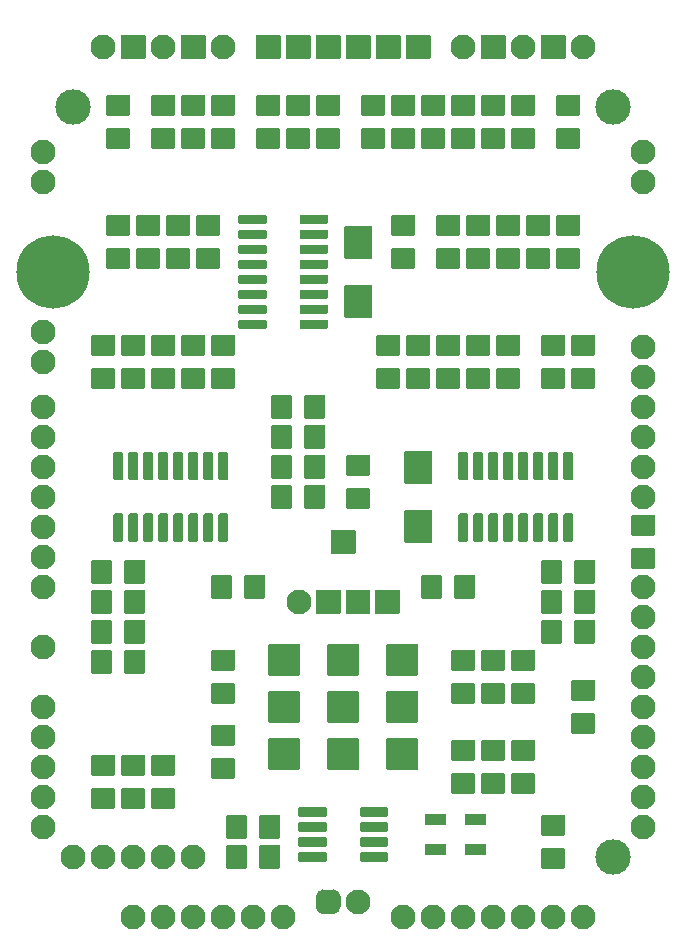
<source format=gbr>
G04 #@! TF.GenerationSoftware,KiCad,Pcbnew,5.1.12-84ad8e8a86~92~ubuntu20.04.1*
G04 #@! TF.CreationDate,2023-04-09T19:56:31+06:00*
G04 #@! TF.ProjectId,phaser_a_r1a,70686173-6572-45f6-915f-7231612e6b69,1A*
G04 #@! TF.SameCoordinates,Original*
G04 #@! TF.FileFunction,Soldermask,Top*
G04 #@! TF.FilePolarity,Negative*
%FSLAX46Y46*%
G04 Gerber Fmt 4.6, Leading zero omitted, Abs format (unit mm)*
G04 Created by KiCad (PCBNEW 5.1.12-84ad8e8a86~92~ubuntu20.04.1) date 2023-04-09 19:56:31*
%MOMM*%
%LPD*%
G01*
G04 APERTURE LIST*
%ADD10C,3.000000*%
%ADD11C,2.100000*%
%ADD12C,6.200000*%
%ADD13C,0.100000*%
G04 APERTURE END LIST*
D10*
X128270000Y-196850000D03*
X82550000Y-133350000D03*
X128270000Y-133350000D03*
D11*
X80010000Y-158750000D03*
X80010000Y-161290000D03*
G36*
G01*
X114135000Y-193275000D02*
X114135000Y-194075000D01*
G75*
G02*
X114035000Y-194175000I-100000J0D01*
G01*
X112435000Y-194175000D01*
G75*
G02*
X112335000Y-194075000I0J100000D01*
G01*
X112335000Y-193275000D01*
G75*
G02*
X112435000Y-193175000I100000J0D01*
G01*
X114035000Y-193175000D01*
G75*
G02*
X114135000Y-193275000I0J-100000D01*
G01*
G37*
G36*
G01*
X117535000Y-193275000D02*
X117535000Y-194075000D01*
G75*
G02*
X117435000Y-194175000I-100000J0D01*
G01*
X115835000Y-194175000D01*
G75*
G02*
X115735000Y-194075000I0J100000D01*
G01*
X115735000Y-193275000D01*
G75*
G02*
X115835000Y-193175000I100000J0D01*
G01*
X117435000Y-193175000D01*
G75*
G02*
X117535000Y-193275000I0J-100000D01*
G01*
G37*
G36*
G01*
X115735000Y-196615000D02*
X115735000Y-195815000D01*
G75*
G02*
X115835000Y-195715000I100000J0D01*
G01*
X117435000Y-195715000D01*
G75*
G02*
X117535000Y-195815000I0J-100000D01*
G01*
X117535000Y-196615000D01*
G75*
G02*
X117435000Y-196715000I-100000J0D01*
G01*
X115835000Y-196715000D01*
G75*
G02*
X115735000Y-196615000I0J100000D01*
G01*
G37*
G36*
G01*
X112335000Y-196615000D02*
X112335000Y-195815000D01*
G75*
G02*
X112435000Y-195715000I100000J0D01*
G01*
X114035000Y-195715000D01*
G75*
G02*
X114135000Y-195815000I0J-100000D01*
G01*
X114135000Y-196615000D01*
G75*
G02*
X114035000Y-196715000I-100000J0D01*
G01*
X112435000Y-196715000D01*
G75*
G02*
X112335000Y-196615000I0J100000D01*
G01*
G37*
G36*
G01*
X93080000Y-145280000D02*
X94880000Y-145280000D01*
G75*
G02*
X94980000Y-145380000I0J-100000D01*
G01*
X94980000Y-146980000D01*
G75*
G02*
X94880000Y-147080000I-100000J0D01*
G01*
X93080000Y-147080000D01*
G75*
G02*
X92980000Y-146980000I0J100000D01*
G01*
X92980000Y-145380000D01*
G75*
G02*
X93080000Y-145280000I100000J0D01*
G01*
G37*
G36*
G01*
X93080000Y-142480000D02*
X94880000Y-142480000D01*
G75*
G02*
X94980000Y-142580000I0J-100000D01*
G01*
X94980000Y-144180000D01*
G75*
G02*
X94880000Y-144280000I-100000J0D01*
G01*
X93080000Y-144280000D01*
G75*
G02*
X92980000Y-144180000I0J100000D01*
G01*
X92980000Y-142580000D01*
G75*
G02*
X93080000Y-142480000I100000J0D01*
G01*
G37*
G36*
G01*
X117210000Y-135120000D02*
X119010000Y-135120000D01*
G75*
G02*
X119110000Y-135220000I0J-100000D01*
G01*
X119110000Y-136820000D01*
G75*
G02*
X119010000Y-136920000I-100000J0D01*
G01*
X117210000Y-136920000D01*
G75*
G02*
X117110000Y-136820000I0J100000D01*
G01*
X117110000Y-135220000D01*
G75*
G02*
X117210000Y-135120000I100000J0D01*
G01*
G37*
G36*
G01*
X117210000Y-132320000D02*
X119010000Y-132320000D01*
G75*
G02*
X119110000Y-132420000I0J-100000D01*
G01*
X119110000Y-134020000D01*
G75*
G02*
X119010000Y-134120000I-100000J0D01*
G01*
X117210000Y-134120000D01*
G75*
G02*
X117110000Y-134020000I0J100000D01*
G01*
X117110000Y-132420000D01*
G75*
G02*
X117210000Y-132320000I100000J0D01*
G01*
G37*
G36*
G01*
X85460000Y-135120000D02*
X87260000Y-135120000D01*
G75*
G02*
X87360000Y-135220000I0J-100000D01*
G01*
X87360000Y-136820000D01*
G75*
G02*
X87260000Y-136920000I-100000J0D01*
G01*
X85460000Y-136920000D01*
G75*
G02*
X85360000Y-136820000I0J100000D01*
G01*
X85360000Y-135220000D01*
G75*
G02*
X85460000Y-135120000I100000J0D01*
G01*
G37*
G36*
G01*
X85460000Y-132320000D02*
X87260000Y-132320000D01*
G75*
G02*
X87360000Y-132420000I0J-100000D01*
G01*
X87360000Y-134020000D01*
G75*
G02*
X87260000Y-134120000I-100000J0D01*
G01*
X85460000Y-134120000D01*
G75*
G02*
X85360000Y-134020000I0J100000D01*
G01*
X85360000Y-132420000D01*
G75*
G02*
X85460000Y-132320000I100000J0D01*
G01*
G37*
G36*
G01*
X91810000Y-135120000D02*
X93610000Y-135120000D01*
G75*
G02*
X93710000Y-135220000I0J-100000D01*
G01*
X93710000Y-136820000D01*
G75*
G02*
X93610000Y-136920000I-100000J0D01*
G01*
X91810000Y-136920000D01*
G75*
G02*
X91710000Y-136820000I0J100000D01*
G01*
X91710000Y-135220000D01*
G75*
G02*
X91810000Y-135120000I100000J0D01*
G01*
G37*
G36*
G01*
X91810000Y-132320000D02*
X93610000Y-132320000D01*
G75*
G02*
X93710000Y-132420000I0J-100000D01*
G01*
X93710000Y-134020000D01*
G75*
G02*
X93610000Y-134120000I-100000J0D01*
G01*
X91810000Y-134120000D01*
G75*
G02*
X91710000Y-134020000I0J100000D01*
G01*
X91710000Y-132420000D01*
G75*
G02*
X91810000Y-132320000I100000J0D01*
G01*
G37*
X80010000Y-184150000D03*
X80010000Y-173990000D03*
X80010000Y-179070000D03*
G36*
G01*
X89800000Y-144280000D02*
X88000000Y-144280000D01*
G75*
G02*
X87900000Y-144180000I0J100000D01*
G01*
X87900000Y-142580000D01*
G75*
G02*
X88000000Y-142480000I100000J0D01*
G01*
X89800000Y-142480000D01*
G75*
G02*
X89900000Y-142580000I0J-100000D01*
G01*
X89900000Y-144180000D01*
G75*
G02*
X89800000Y-144280000I-100000J0D01*
G01*
G37*
G36*
G01*
X89800000Y-147080000D02*
X88000000Y-147080000D01*
G75*
G02*
X87900000Y-146980000I0J100000D01*
G01*
X87900000Y-145380000D01*
G75*
G02*
X88000000Y-145280000I100000J0D01*
G01*
X89800000Y-145280000D01*
G75*
G02*
X89900000Y-145380000I0J-100000D01*
G01*
X89900000Y-146980000D01*
G75*
G02*
X89800000Y-147080000I-100000J0D01*
G01*
G37*
G36*
G01*
X90540000Y-145280000D02*
X92340000Y-145280000D01*
G75*
G02*
X92440000Y-145380000I0J-100000D01*
G01*
X92440000Y-146980000D01*
G75*
G02*
X92340000Y-147080000I-100000J0D01*
G01*
X90540000Y-147080000D01*
G75*
G02*
X90440000Y-146980000I0J100000D01*
G01*
X90440000Y-145380000D01*
G75*
G02*
X90540000Y-145280000I100000J0D01*
G01*
G37*
G36*
G01*
X90540000Y-142480000D02*
X92340000Y-142480000D01*
G75*
G02*
X92440000Y-142580000I0J-100000D01*
G01*
X92440000Y-144180000D01*
G75*
G02*
X92340000Y-144280000I-100000J0D01*
G01*
X90540000Y-144280000D01*
G75*
G02*
X90440000Y-144180000I0J100000D01*
G01*
X90440000Y-142580000D01*
G75*
G02*
X90540000Y-142480000I100000J0D01*
G01*
G37*
G36*
G01*
X96150000Y-134120000D02*
X94350000Y-134120000D01*
G75*
G02*
X94250000Y-134020000I0J100000D01*
G01*
X94250000Y-132420000D01*
G75*
G02*
X94350000Y-132320000I100000J0D01*
G01*
X96150000Y-132320000D01*
G75*
G02*
X96250000Y-132420000I0J-100000D01*
G01*
X96250000Y-134020000D01*
G75*
G02*
X96150000Y-134120000I-100000J0D01*
G01*
G37*
G36*
G01*
X96150000Y-136920000D02*
X94350000Y-136920000D01*
G75*
G02*
X94250000Y-136820000I0J100000D01*
G01*
X94250000Y-135220000D01*
G75*
G02*
X94350000Y-135120000I100000J0D01*
G01*
X96150000Y-135120000D01*
G75*
G02*
X96250000Y-135220000I0J-100000D01*
G01*
X96250000Y-136820000D01*
G75*
G02*
X96150000Y-136920000I-100000J0D01*
G01*
G37*
G36*
G01*
X100700000Y-135120000D02*
X102500000Y-135120000D01*
G75*
G02*
X102600000Y-135220000I0J-100000D01*
G01*
X102600000Y-136820000D01*
G75*
G02*
X102500000Y-136920000I-100000J0D01*
G01*
X100700000Y-136920000D01*
G75*
G02*
X100600000Y-136820000I0J100000D01*
G01*
X100600000Y-135220000D01*
G75*
G02*
X100700000Y-135120000I100000J0D01*
G01*
G37*
G36*
G01*
X100700000Y-132320000D02*
X102500000Y-132320000D01*
G75*
G02*
X102600000Y-132420000I0J-100000D01*
G01*
X102600000Y-134020000D01*
G75*
G02*
X102500000Y-134120000I-100000J0D01*
G01*
X100700000Y-134120000D01*
G75*
G02*
X100600000Y-134020000I0J100000D01*
G01*
X100600000Y-132420000D01*
G75*
G02*
X100700000Y-132320000I100000J0D01*
G01*
G37*
G36*
G01*
X99960000Y-134120000D02*
X98160000Y-134120000D01*
G75*
G02*
X98060000Y-134020000I0J100000D01*
G01*
X98060000Y-132420000D01*
G75*
G02*
X98160000Y-132320000I100000J0D01*
G01*
X99960000Y-132320000D01*
G75*
G02*
X100060000Y-132420000I0J-100000D01*
G01*
X100060000Y-134020000D01*
G75*
G02*
X99960000Y-134120000I-100000J0D01*
G01*
G37*
G36*
G01*
X99960000Y-136920000D02*
X98160000Y-136920000D01*
G75*
G02*
X98060000Y-136820000I0J100000D01*
G01*
X98060000Y-135220000D01*
G75*
G02*
X98160000Y-135120000I100000J0D01*
G01*
X99960000Y-135120000D01*
G75*
G02*
X100060000Y-135220000I0J-100000D01*
G01*
X100060000Y-136820000D01*
G75*
G02*
X99960000Y-136920000I-100000J0D01*
G01*
G37*
G36*
G01*
X107780000Y-146220000D02*
X105580000Y-146220000D01*
G75*
G02*
X105480000Y-146120000I0J100000D01*
G01*
X105480000Y-143520000D01*
G75*
G02*
X105580000Y-143420000I100000J0D01*
G01*
X107780000Y-143420000D01*
G75*
G02*
X107880000Y-143520000I0J-100000D01*
G01*
X107880000Y-146120000D01*
G75*
G02*
X107780000Y-146220000I-100000J0D01*
G01*
G37*
G36*
G01*
X107780000Y-151220000D02*
X105580000Y-151220000D01*
G75*
G02*
X105480000Y-151120000I0J100000D01*
G01*
X105480000Y-148520000D01*
G75*
G02*
X105580000Y-148420000I100000J0D01*
G01*
X107780000Y-148420000D01*
G75*
G02*
X107880000Y-148520000I0J-100000D01*
G01*
X107880000Y-151120000D01*
G75*
G02*
X107780000Y-151220000I-100000J0D01*
G01*
G37*
G36*
G01*
X109590000Y-145280000D02*
X111390000Y-145280000D01*
G75*
G02*
X111490000Y-145380000I0J-100000D01*
G01*
X111490000Y-146980000D01*
G75*
G02*
X111390000Y-147080000I-100000J0D01*
G01*
X109590000Y-147080000D01*
G75*
G02*
X109490000Y-146980000I0J100000D01*
G01*
X109490000Y-145380000D01*
G75*
G02*
X109590000Y-145280000I100000J0D01*
G01*
G37*
G36*
G01*
X109590000Y-142480000D02*
X111390000Y-142480000D01*
G75*
G02*
X111490000Y-142580000I0J-100000D01*
G01*
X111490000Y-144180000D01*
G75*
G02*
X111390000Y-144280000I-100000J0D01*
G01*
X109590000Y-144280000D01*
G75*
G02*
X109490000Y-144180000I0J100000D01*
G01*
X109490000Y-142580000D01*
G75*
G02*
X109590000Y-142480000I100000J0D01*
G01*
G37*
G36*
G01*
X105040000Y-134120000D02*
X103240000Y-134120000D01*
G75*
G02*
X103140000Y-134020000I0J100000D01*
G01*
X103140000Y-132420000D01*
G75*
G02*
X103240000Y-132320000I100000J0D01*
G01*
X105040000Y-132320000D01*
G75*
G02*
X105140000Y-132420000I0J-100000D01*
G01*
X105140000Y-134020000D01*
G75*
G02*
X105040000Y-134120000I-100000J0D01*
G01*
G37*
G36*
G01*
X105040000Y-136920000D02*
X103240000Y-136920000D01*
G75*
G02*
X103140000Y-136820000I0J100000D01*
G01*
X103140000Y-135220000D01*
G75*
G02*
X103240000Y-135120000I100000J0D01*
G01*
X105040000Y-135120000D01*
G75*
G02*
X105140000Y-135220000I0J-100000D01*
G01*
X105140000Y-136820000D01*
G75*
G02*
X105040000Y-136920000I-100000J0D01*
G01*
G37*
G36*
G01*
X91070000Y-134120000D02*
X89270000Y-134120000D01*
G75*
G02*
X89170000Y-134020000I0J100000D01*
G01*
X89170000Y-132420000D01*
G75*
G02*
X89270000Y-132320000I100000J0D01*
G01*
X91070000Y-132320000D01*
G75*
G02*
X91170000Y-132420000I0J-100000D01*
G01*
X91170000Y-134020000D01*
G75*
G02*
X91070000Y-134120000I-100000J0D01*
G01*
G37*
G36*
G01*
X91070000Y-136920000D02*
X89270000Y-136920000D01*
G75*
G02*
X89170000Y-136820000I0J100000D01*
G01*
X89170000Y-135220000D01*
G75*
G02*
X89270000Y-135120000I100000J0D01*
G01*
X91070000Y-135120000D01*
G75*
G02*
X91170000Y-135220000I0J-100000D01*
G01*
X91170000Y-136820000D01*
G75*
G02*
X91070000Y-136920000I-100000J0D01*
G01*
G37*
G36*
G01*
X122820000Y-144280000D02*
X121020000Y-144280000D01*
G75*
G02*
X120920000Y-144180000I0J100000D01*
G01*
X120920000Y-142580000D01*
G75*
G02*
X121020000Y-142480000I100000J0D01*
G01*
X122820000Y-142480000D01*
G75*
G02*
X122920000Y-142580000I0J-100000D01*
G01*
X122920000Y-144180000D01*
G75*
G02*
X122820000Y-144280000I-100000J0D01*
G01*
G37*
G36*
G01*
X122820000Y-147080000D02*
X121020000Y-147080000D01*
G75*
G02*
X120920000Y-146980000I0J100000D01*
G01*
X120920000Y-145380000D01*
G75*
G02*
X121020000Y-145280000I100000J0D01*
G01*
X122820000Y-145280000D01*
G75*
G02*
X122920000Y-145380000I0J-100000D01*
G01*
X122920000Y-146980000D01*
G75*
G02*
X122820000Y-147080000I-100000J0D01*
G01*
G37*
G36*
G01*
X122140000Y-129220000D02*
X122140000Y-127320000D01*
G75*
G02*
X122240000Y-127220000I100000J0D01*
G01*
X124140000Y-127220000D01*
G75*
G02*
X124240000Y-127320000I0J-100000D01*
G01*
X124240000Y-129220000D01*
G75*
G02*
X124140000Y-129320000I-100000J0D01*
G01*
X122240000Y-129320000D01*
G75*
G02*
X122140000Y-129220000I0J100000D01*
G01*
G37*
G36*
G01*
X117060000Y-129220000D02*
X117060000Y-127320000D01*
G75*
G02*
X117160000Y-127220000I100000J0D01*
G01*
X119060000Y-127220000D01*
G75*
G02*
X119160000Y-127320000I0J-100000D01*
G01*
X119160000Y-129220000D01*
G75*
G02*
X119060000Y-129320000I-100000J0D01*
G01*
X117160000Y-129320000D01*
G75*
G02*
X117060000Y-129220000I0J100000D01*
G01*
G37*
G36*
G01*
X91660000Y-129220000D02*
X91660000Y-127320000D01*
G75*
G02*
X91760000Y-127220000I100000J0D01*
G01*
X93660000Y-127220000D01*
G75*
G02*
X93760000Y-127320000I0J-100000D01*
G01*
X93760000Y-129220000D01*
G75*
G02*
X93660000Y-129320000I-100000J0D01*
G01*
X91760000Y-129320000D01*
G75*
G02*
X91660000Y-129220000I0J100000D01*
G01*
G37*
G36*
G01*
X86580000Y-129220000D02*
X86580000Y-127320000D01*
G75*
G02*
X86680000Y-127220000I100000J0D01*
G01*
X88580000Y-127220000D01*
G75*
G02*
X88680000Y-127320000I0J-100000D01*
G01*
X88680000Y-129220000D01*
G75*
G02*
X88580000Y-129320000I-100000J0D01*
G01*
X86680000Y-129320000D01*
G75*
G02*
X86580000Y-129220000I0J100000D01*
G01*
G37*
G36*
G01*
X105630000Y-129220000D02*
X105630000Y-127320000D01*
G75*
G02*
X105730000Y-127220000I100000J0D01*
G01*
X107630000Y-127220000D01*
G75*
G02*
X107730000Y-127320000I0J-100000D01*
G01*
X107730000Y-129220000D01*
G75*
G02*
X107630000Y-129320000I-100000J0D01*
G01*
X105730000Y-129320000D01*
G75*
G02*
X105630000Y-129220000I0J100000D01*
G01*
G37*
G36*
G01*
X98010000Y-129220000D02*
X98010000Y-127320000D01*
G75*
G02*
X98110000Y-127220000I100000J0D01*
G01*
X100010000Y-127220000D01*
G75*
G02*
X100110000Y-127320000I0J-100000D01*
G01*
X100110000Y-129220000D01*
G75*
G02*
X100010000Y-129320000I-100000J0D01*
G01*
X98110000Y-129320000D01*
G75*
G02*
X98010000Y-129220000I0J100000D01*
G01*
G37*
G36*
G01*
X103090000Y-129220000D02*
X103090000Y-127320000D01*
G75*
G02*
X103190000Y-127220000I100000J0D01*
G01*
X105090000Y-127220000D01*
G75*
G02*
X105190000Y-127320000I0J-100000D01*
G01*
X105190000Y-129220000D01*
G75*
G02*
X105090000Y-129320000I-100000J0D01*
G01*
X103190000Y-129320000D01*
G75*
G02*
X103090000Y-129220000I0J100000D01*
G01*
G37*
G36*
G01*
X100550000Y-129220000D02*
X100550000Y-127320000D01*
G75*
G02*
X100650000Y-127220000I100000J0D01*
G01*
X102550000Y-127220000D01*
G75*
G02*
X102650000Y-127320000I0J-100000D01*
G01*
X102650000Y-129220000D01*
G75*
G02*
X102550000Y-129320000I-100000J0D01*
G01*
X100650000Y-129320000D01*
G75*
G02*
X100550000Y-129220000I0J100000D01*
G01*
G37*
G36*
G01*
X108170000Y-129220000D02*
X108170000Y-127320000D01*
G75*
G02*
X108270000Y-127220000I100000J0D01*
G01*
X110170000Y-127220000D01*
G75*
G02*
X110270000Y-127320000I0J-100000D01*
G01*
X110270000Y-129220000D01*
G75*
G02*
X110170000Y-129320000I-100000J0D01*
G01*
X108270000Y-129320000D01*
G75*
G02*
X108170000Y-129220000I0J100000D01*
G01*
G37*
G36*
G01*
X110710000Y-129220000D02*
X110710000Y-127320000D01*
G75*
G02*
X110810000Y-127220000I100000J0D01*
G01*
X112710000Y-127220000D01*
G75*
G02*
X112810000Y-127320000I0J-100000D01*
G01*
X112810000Y-129220000D01*
G75*
G02*
X112710000Y-129320000I-100000J0D01*
G01*
X110810000Y-129320000D01*
G75*
G02*
X110710000Y-129220000I0J100000D01*
G01*
G37*
X95250000Y-128270000D03*
X90170000Y-128270000D03*
X85090000Y-128270000D03*
X125730000Y-128270000D03*
X120650000Y-128270000D03*
X115570000Y-128270000D03*
D12*
X80840000Y-147320000D03*
X129980000Y-147320000D03*
D11*
X130810000Y-139700000D03*
X130810000Y-137160000D03*
X130810000Y-161290000D03*
X130810000Y-158750000D03*
X80010000Y-137160000D03*
X80010000Y-139700000D03*
X80010000Y-191770000D03*
X80010000Y-194310000D03*
X80010000Y-186690000D03*
X80010000Y-189230000D03*
X80010000Y-168910000D03*
X80010000Y-171450000D03*
X80010000Y-163830000D03*
X80010000Y-166370000D03*
X130810000Y-163830000D03*
X130810000Y-166370000D03*
X80010000Y-154940000D03*
X80010000Y-152400000D03*
X130810000Y-156210000D03*
X130810000Y-153670000D03*
X130810000Y-173990000D03*
X130810000Y-176530000D03*
X130810000Y-189230000D03*
X130810000Y-191770000D03*
X130810000Y-194310000D03*
X130810000Y-186690000D03*
X130810000Y-184150000D03*
X130810000Y-181610000D03*
X130810000Y-179070000D03*
X92710000Y-196850000D03*
X90170000Y-196850000D03*
X87630000Y-196850000D03*
X85090000Y-196850000D03*
X82550000Y-196850000D03*
X100330000Y-201930000D03*
X97790000Y-201930000D03*
X95250000Y-201930000D03*
X92710000Y-201930000D03*
X90170000Y-201930000D03*
X87630000Y-201930000D03*
X125730000Y-201930000D03*
X123190000Y-201930000D03*
X120650000Y-201930000D03*
X118110000Y-201930000D03*
X115570000Y-201930000D03*
X113030000Y-201930000D03*
X110490000Y-201930000D03*
G36*
G01*
X102100000Y-164730000D02*
X102100000Y-162930000D01*
G75*
G02*
X102200000Y-162830000I100000J0D01*
G01*
X103800000Y-162830000D01*
G75*
G02*
X103900000Y-162930000I0J-100000D01*
G01*
X103900000Y-164730000D01*
G75*
G02*
X103800000Y-164830000I-100000J0D01*
G01*
X102200000Y-164830000D01*
G75*
G02*
X102100000Y-164730000I0J100000D01*
G01*
G37*
G36*
G01*
X99300000Y-164730000D02*
X99300000Y-162930000D01*
G75*
G02*
X99400000Y-162830000I100000J0D01*
G01*
X101000000Y-162830000D01*
G75*
G02*
X101100000Y-162930000I0J-100000D01*
G01*
X101100000Y-164730000D01*
G75*
G02*
X101000000Y-164830000I-100000J0D01*
G01*
X99400000Y-164830000D01*
G75*
G02*
X99300000Y-164730000I0J100000D01*
G01*
G37*
G36*
G01*
X107580000Y-167400000D02*
X105780000Y-167400000D01*
G75*
G02*
X105680000Y-167300000I0J100000D01*
G01*
X105680000Y-165700000D01*
G75*
G02*
X105780000Y-165600000I100000J0D01*
G01*
X107580000Y-165600000D01*
G75*
G02*
X107680000Y-165700000I0J-100000D01*
G01*
X107680000Y-167300000D01*
G75*
G02*
X107580000Y-167400000I-100000J0D01*
G01*
G37*
G36*
G01*
X107580000Y-164600000D02*
X105780000Y-164600000D01*
G75*
G02*
X105680000Y-164500000I0J100000D01*
G01*
X105680000Y-162900000D01*
G75*
G02*
X105780000Y-162800000I100000J0D01*
G01*
X107580000Y-162800000D01*
G75*
G02*
X107680000Y-162900000I0J-100000D01*
G01*
X107680000Y-164500000D01*
G75*
G02*
X107580000Y-164600000I-100000J0D01*
G01*
G37*
G36*
G01*
X110660000Y-162470000D02*
X112860000Y-162470000D01*
G75*
G02*
X112960000Y-162570000I0J-100000D01*
G01*
X112960000Y-165170000D01*
G75*
G02*
X112860000Y-165270000I-100000J0D01*
G01*
X110660000Y-165270000D01*
G75*
G02*
X110560000Y-165170000I0J100000D01*
G01*
X110560000Y-162570000D01*
G75*
G02*
X110660000Y-162470000I100000J0D01*
G01*
G37*
G36*
G01*
X110660000Y-167470000D02*
X112860000Y-167470000D01*
G75*
G02*
X112960000Y-167570000I0J-100000D01*
G01*
X112960000Y-170170000D01*
G75*
G02*
X112860000Y-170270000I-100000J0D01*
G01*
X110660000Y-170270000D01*
G75*
G02*
X110560000Y-170170000I0J100000D01*
G01*
X110560000Y-167570000D01*
G75*
G02*
X110660000Y-167470000I100000J0D01*
G01*
G37*
G36*
G01*
X85990000Y-190000000D02*
X84190000Y-190000000D01*
G75*
G02*
X84090000Y-189900000I0J100000D01*
G01*
X84090000Y-188300000D01*
G75*
G02*
X84190000Y-188200000I100000J0D01*
G01*
X85990000Y-188200000D01*
G75*
G02*
X86090000Y-188300000I0J-100000D01*
G01*
X86090000Y-189900000D01*
G75*
G02*
X85990000Y-190000000I-100000J0D01*
G01*
G37*
G36*
G01*
X85990000Y-192800000D02*
X84190000Y-192800000D01*
G75*
G02*
X84090000Y-192700000I0J100000D01*
G01*
X84090000Y-191100000D01*
G75*
G02*
X84190000Y-191000000I100000J0D01*
G01*
X85990000Y-191000000D01*
G75*
G02*
X86090000Y-191100000I0J-100000D01*
G01*
X86090000Y-192700000D01*
G75*
G02*
X85990000Y-192800000I-100000J0D01*
G01*
G37*
G36*
G01*
X98290000Y-197750000D02*
X98290000Y-195950000D01*
G75*
G02*
X98390000Y-195850000I100000J0D01*
G01*
X99990000Y-195850000D01*
G75*
G02*
X100090000Y-195950000I0J-100000D01*
G01*
X100090000Y-197750000D01*
G75*
G02*
X99990000Y-197850000I-100000J0D01*
G01*
X98390000Y-197850000D01*
G75*
G02*
X98290000Y-197750000I0J100000D01*
G01*
G37*
G36*
G01*
X95490000Y-197750000D02*
X95490000Y-195950000D01*
G75*
G02*
X95590000Y-195850000I100000J0D01*
G01*
X97190000Y-195850000D01*
G75*
G02*
X97290000Y-195950000I0J-100000D01*
G01*
X97290000Y-197750000D01*
G75*
G02*
X97190000Y-197850000I-100000J0D01*
G01*
X95590000Y-197850000D01*
G75*
G02*
X95490000Y-197750000I0J100000D01*
G01*
G37*
G36*
G01*
X86730000Y-191000000D02*
X88530000Y-191000000D01*
G75*
G02*
X88630000Y-191100000I0J-100000D01*
G01*
X88630000Y-192700000D01*
G75*
G02*
X88530000Y-192800000I-100000J0D01*
G01*
X86730000Y-192800000D01*
G75*
G02*
X86630000Y-192700000I0J100000D01*
G01*
X86630000Y-191100000D01*
G75*
G02*
X86730000Y-191000000I100000J0D01*
G01*
G37*
G36*
G01*
X86730000Y-188200000D02*
X88530000Y-188200000D01*
G75*
G02*
X88630000Y-188300000I0J-100000D01*
G01*
X88630000Y-189900000D01*
G75*
G02*
X88530000Y-190000000I-100000J0D01*
G01*
X86730000Y-190000000D01*
G75*
G02*
X86630000Y-189900000I0J100000D01*
G01*
X86630000Y-188300000D01*
G75*
G02*
X86730000Y-188200000I100000J0D01*
G01*
G37*
G36*
G01*
X91070000Y-190000000D02*
X89270000Y-190000000D01*
G75*
G02*
X89170000Y-189900000I0J100000D01*
G01*
X89170000Y-188300000D01*
G75*
G02*
X89270000Y-188200000I100000J0D01*
G01*
X91070000Y-188200000D01*
G75*
G02*
X91170000Y-188300000I0J-100000D01*
G01*
X91170000Y-189900000D01*
G75*
G02*
X91070000Y-190000000I-100000J0D01*
G01*
G37*
G36*
G01*
X91070000Y-192800000D02*
X89270000Y-192800000D01*
G75*
G02*
X89170000Y-192700000I0J100000D01*
G01*
X89170000Y-191100000D01*
G75*
G02*
X89270000Y-191000000I100000J0D01*
G01*
X91070000Y-191000000D01*
G75*
G02*
X91170000Y-191100000I0J-100000D01*
G01*
X91170000Y-192700000D01*
G75*
G02*
X91070000Y-192800000I-100000J0D01*
G01*
G37*
G36*
G01*
X97290000Y-193410000D02*
X97290000Y-195210000D01*
G75*
G02*
X97190000Y-195310000I-100000J0D01*
G01*
X95590000Y-195310000D01*
G75*
G02*
X95490000Y-195210000I0J100000D01*
G01*
X95490000Y-193410000D01*
G75*
G02*
X95590000Y-193310000I100000J0D01*
G01*
X97190000Y-193310000D01*
G75*
G02*
X97290000Y-193410000I0J-100000D01*
G01*
G37*
G36*
G01*
X100090000Y-193410000D02*
X100090000Y-195210000D01*
G75*
G02*
X99990000Y-195310000I-100000J0D01*
G01*
X98390000Y-195310000D01*
G75*
G02*
X98290000Y-195210000I0J100000D01*
G01*
X98290000Y-193410000D01*
G75*
G02*
X98390000Y-193310000I100000J0D01*
G01*
X99990000Y-193310000D01*
G75*
G02*
X100090000Y-193410000I0J-100000D01*
G01*
G37*
G36*
G01*
X101730000Y-152065000D02*
X101730000Y-151465000D01*
G75*
G02*
X101830000Y-151365000I100000J0D01*
G01*
X104030000Y-151365000D01*
G75*
G02*
X104130000Y-151465000I0J-100000D01*
G01*
X104130000Y-152065000D01*
G75*
G02*
X104030000Y-152165000I-100000J0D01*
G01*
X101830000Y-152165000D01*
G75*
G02*
X101730000Y-152065000I0J100000D01*
G01*
G37*
G36*
G01*
X101730000Y-150795000D02*
X101730000Y-150195000D01*
G75*
G02*
X101830000Y-150095000I100000J0D01*
G01*
X104030000Y-150095000D01*
G75*
G02*
X104130000Y-150195000I0J-100000D01*
G01*
X104130000Y-150795000D01*
G75*
G02*
X104030000Y-150895000I-100000J0D01*
G01*
X101830000Y-150895000D01*
G75*
G02*
X101730000Y-150795000I0J100000D01*
G01*
G37*
G36*
G01*
X101730000Y-149525000D02*
X101730000Y-148925000D01*
G75*
G02*
X101830000Y-148825000I100000J0D01*
G01*
X104030000Y-148825000D01*
G75*
G02*
X104130000Y-148925000I0J-100000D01*
G01*
X104130000Y-149525000D01*
G75*
G02*
X104030000Y-149625000I-100000J0D01*
G01*
X101830000Y-149625000D01*
G75*
G02*
X101730000Y-149525000I0J100000D01*
G01*
G37*
G36*
G01*
X101730000Y-148255000D02*
X101730000Y-147655000D01*
G75*
G02*
X101830000Y-147555000I100000J0D01*
G01*
X104030000Y-147555000D01*
G75*
G02*
X104130000Y-147655000I0J-100000D01*
G01*
X104130000Y-148255000D01*
G75*
G02*
X104030000Y-148355000I-100000J0D01*
G01*
X101830000Y-148355000D01*
G75*
G02*
X101730000Y-148255000I0J100000D01*
G01*
G37*
G36*
G01*
X96530000Y-152065000D02*
X96530000Y-151465000D01*
G75*
G02*
X96630000Y-151365000I100000J0D01*
G01*
X98830000Y-151365000D01*
G75*
G02*
X98930000Y-151465000I0J-100000D01*
G01*
X98930000Y-152065000D01*
G75*
G02*
X98830000Y-152165000I-100000J0D01*
G01*
X96630000Y-152165000D01*
G75*
G02*
X96530000Y-152065000I0J100000D01*
G01*
G37*
G36*
G01*
X96530000Y-150795000D02*
X96530000Y-150195000D01*
G75*
G02*
X96630000Y-150095000I100000J0D01*
G01*
X98830000Y-150095000D01*
G75*
G02*
X98930000Y-150195000I0J-100000D01*
G01*
X98930000Y-150795000D01*
G75*
G02*
X98830000Y-150895000I-100000J0D01*
G01*
X96630000Y-150895000D01*
G75*
G02*
X96530000Y-150795000I0J100000D01*
G01*
G37*
G36*
G01*
X96530000Y-149525000D02*
X96530000Y-148925000D01*
G75*
G02*
X96630000Y-148825000I100000J0D01*
G01*
X98830000Y-148825000D01*
G75*
G02*
X98930000Y-148925000I0J-100000D01*
G01*
X98930000Y-149525000D01*
G75*
G02*
X98830000Y-149625000I-100000J0D01*
G01*
X96630000Y-149625000D01*
G75*
G02*
X96530000Y-149525000I0J100000D01*
G01*
G37*
G36*
G01*
X96530000Y-148255000D02*
X96530000Y-147655000D01*
G75*
G02*
X96630000Y-147555000I100000J0D01*
G01*
X98830000Y-147555000D01*
G75*
G02*
X98930000Y-147655000I0J-100000D01*
G01*
X98930000Y-148255000D01*
G75*
G02*
X98830000Y-148355000I-100000J0D01*
G01*
X96630000Y-148355000D01*
G75*
G02*
X96530000Y-148255000I0J100000D01*
G01*
G37*
G36*
G01*
X101730000Y-143175000D02*
X101730000Y-142575000D01*
G75*
G02*
X101830000Y-142475000I100000J0D01*
G01*
X104030000Y-142475000D01*
G75*
G02*
X104130000Y-142575000I0J-100000D01*
G01*
X104130000Y-143175000D01*
G75*
G02*
X104030000Y-143275000I-100000J0D01*
G01*
X101830000Y-143275000D01*
G75*
G02*
X101730000Y-143175000I0J100000D01*
G01*
G37*
G36*
G01*
X101730000Y-144445000D02*
X101730000Y-143845000D01*
G75*
G02*
X101830000Y-143745000I100000J0D01*
G01*
X104030000Y-143745000D01*
G75*
G02*
X104130000Y-143845000I0J-100000D01*
G01*
X104130000Y-144445000D01*
G75*
G02*
X104030000Y-144545000I-100000J0D01*
G01*
X101830000Y-144545000D01*
G75*
G02*
X101730000Y-144445000I0J100000D01*
G01*
G37*
G36*
G01*
X101730000Y-145715000D02*
X101730000Y-145115000D01*
G75*
G02*
X101830000Y-145015000I100000J0D01*
G01*
X104030000Y-145015000D01*
G75*
G02*
X104130000Y-145115000I0J-100000D01*
G01*
X104130000Y-145715000D01*
G75*
G02*
X104030000Y-145815000I-100000J0D01*
G01*
X101830000Y-145815000D01*
G75*
G02*
X101730000Y-145715000I0J100000D01*
G01*
G37*
G36*
G01*
X101730000Y-146985000D02*
X101730000Y-146385000D01*
G75*
G02*
X101830000Y-146285000I100000J0D01*
G01*
X104030000Y-146285000D01*
G75*
G02*
X104130000Y-146385000I0J-100000D01*
G01*
X104130000Y-146985000D01*
G75*
G02*
X104030000Y-147085000I-100000J0D01*
G01*
X101830000Y-147085000D01*
G75*
G02*
X101730000Y-146985000I0J100000D01*
G01*
G37*
G36*
G01*
X96530000Y-146985000D02*
X96530000Y-146385000D01*
G75*
G02*
X96630000Y-146285000I100000J0D01*
G01*
X98830000Y-146285000D01*
G75*
G02*
X98930000Y-146385000I0J-100000D01*
G01*
X98930000Y-146985000D01*
G75*
G02*
X98830000Y-147085000I-100000J0D01*
G01*
X96630000Y-147085000D01*
G75*
G02*
X96530000Y-146985000I0J100000D01*
G01*
G37*
G36*
G01*
X96530000Y-145715000D02*
X96530000Y-145115000D01*
G75*
G02*
X96630000Y-145015000I100000J0D01*
G01*
X98830000Y-145015000D01*
G75*
G02*
X98930000Y-145115000I0J-100000D01*
G01*
X98930000Y-145715000D01*
G75*
G02*
X98830000Y-145815000I-100000J0D01*
G01*
X96630000Y-145815000D01*
G75*
G02*
X96530000Y-145715000I0J100000D01*
G01*
G37*
G36*
G01*
X96530000Y-144445000D02*
X96530000Y-143845000D01*
G75*
G02*
X96630000Y-143745000I100000J0D01*
G01*
X98830000Y-143745000D01*
G75*
G02*
X98930000Y-143845000I0J-100000D01*
G01*
X98930000Y-144445000D01*
G75*
G02*
X98830000Y-144545000I-100000J0D01*
G01*
X96630000Y-144545000D01*
G75*
G02*
X96530000Y-144445000I0J100000D01*
G01*
G37*
G36*
G01*
X96530000Y-143175000D02*
X96530000Y-142575000D01*
G75*
G02*
X96630000Y-142475000I100000J0D01*
G01*
X98830000Y-142475000D01*
G75*
G02*
X98930000Y-142575000I0J-100000D01*
G01*
X98930000Y-143175000D01*
G75*
G02*
X98830000Y-143275000I-100000J0D01*
G01*
X96630000Y-143275000D01*
G75*
G02*
X96530000Y-143175000I0J100000D01*
G01*
G37*
G36*
G01*
X115940000Y-145280000D02*
X117740000Y-145280000D01*
G75*
G02*
X117840000Y-145380000I0J-100000D01*
G01*
X117840000Y-146980000D01*
G75*
G02*
X117740000Y-147080000I-100000J0D01*
G01*
X115940000Y-147080000D01*
G75*
G02*
X115840000Y-146980000I0J100000D01*
G01*
X115840000Y-145380000D01*
G75*
G02*
X115940000Y-145280000I100000J0D01*
G01*
G37*
G36*
G01*
X115940000Y-142480000D02*
X117740000Y-142480000D01*
G75*
G02*
X117840000Y-142580000I0J-100000D01*
G01*
X117840000Y-144180000D01*
G75*
G02*
X117740000Y-144280000I-100000J0D01*
G01*
X115940000Y-144280000D01*
G75*
G02*
X115840000Y-144180000I0J100000D01*
G01*
X115840000Y-142580000D01*
G75*
G02*
X115940000Y-142480000I100000J0D01*
G01*
G37*
G36*
G01*
X112130000Y-135120000D02*
X113930000Y-135120000D01*
G75*
G02*
X114030000Y-135220000I0J-100000D01*
G01*
X114030000Y-136820000D01*
G75*
G02*
X113930000Y-136920000I-100000J0D01*
G01*
X112130000Y-136920000D01*
G75*
G02*
X112030000Y-136820000I0J100000D01*
G01*
X112030000Y-135220000D01*
G75*
G02*
X112130000Y-135120000I100000J0D01*
G01*
G37*
G36*
G01*
X112130000Y-132320000D02*
X113930000Y-132320000D01*
G75*
G02*
X114030000Y-132420000I0J-100000D01*
G01*
X114030000Y-134020000D01*
G75*
G02*
X113930000Y-134120000I-100000J0D01*
G01*
X112130000Y-134120000D01*
G75*
G02*
X112030000Y-134020000I0J100000D01*
G01*
X112030000Y-132420000D01*
G75*
G02*
X112130000Y-132320000I100000J0D01*
G01*
G37*
G36*
G01*
X85460000Y-142480000D02*
X87260000Y-142480000D01*
G75*
G02*
X87360000Y-142580000I0J-100000D01*
G01*
X87360000Y-144180000D01*
G75*
G02*
X87260000Y-144280000I-100000J0D01*
G01*
X85460000Y-144280000D01*
G75*
G02*
X85360000Y-144180000I0J100000D01*
G01*
X85360000Y-142580000D01*
G75*
G02*
X85460000Y-142480000I100000J0D01*
G01*
G37*
G36*
G01*
X85460000Y-145280000D02*
X87260000Y-145280000D01*
G75*
G02*
X87360000Y-145380000I0J-100000D01*
G01*
X87360000Y-146980000D01*
G75*
G02*
X87260000Y-147080000I-100000J0D01*
G01*
X85460000Y-147080000D01*
G75*
G02*
X85360000Y-146980000I0J100000D01*
G01*
X85360000Y-145380000D01*
G75*
G02*
X85460000Y-145280000I100000J0D01*
G01*
G37*
G36*
G01*
X94350000Y-179310000D02*
X96150000Y-179310000D01*
G75*
G02*
X96250000Y-179410000I0J-100000D01*
G01*
X96250000Y-181010000D01*
G75*
G02*
X96150000Y-181110000I-100000J0D01*
G01*
X94350000Y-181110000D01*
G75*
G02*
X94250000Y-181010000I0J100000D01*
G01*
X94250000Y-179410000D01*
G75*
G02*
X94350000Y-179310000I100000J0D01*
G01*
G37*
G36*
G01*
X94350000Y-182110000D02*
X96150000Y-182110000D01*
G75*
G02*
X96250000Y-182210000I0J-100000D01*
G01*
X96250000Y-183810000D01*
G75*
G02*
X96150000Y-183910000I-100000J0D01*
G01*
X94350000Y-183910000D01*
G75*
G02*
X94250000Y-183810000I0J100000D01*
G01*
X94250000Y-182210000D01*
G75*
G02*
X94350000Y-182110000I100000J0D01*
G01*
G37*
G36*
G01*
X96150000Y-187460000D02*
X94350000Y-187460000D01*
G75*
G02*
X94250000Y-187360000I0J100000D01*
G01*
X94250000Y-185760000D01*
G75*
G02*
X94350000Y-185660000I100000J0D01*
G01*
X96150000Y-185660000D01*
G75*
G02*
X96250000Y-185760000I0J-100000D01*
G01*
X96250000Y-187360000D01*
G75*
G02*
X96150000Y-187460000I-100000J0D01*
G01*
G37*
G36*
G01*
X96150000Y-190260000D02*
X94350000Y-190260000D01*
G75*
G02*
X94250000Y-190160000I0J100000D01*
G01*
X94250000Y-188560000D01*
G75*
G02*
X94350000Y-188460000I100000J0D01*
G01*
X96150000Y-188460000D01*
G75*
G02*
X96250000Y-188560000I0J-100000D01*
G01*
X96250000Y-190160000D01*
G75*
G02*
X96150000Y-190260000I-100000J0D01*
G01*
G37*
G36*
G01*
X114670000Y-135120000D02*
X116470000Y-135120000D01*
G75*
G02*
X116570000Y-135220000I0J-100000D01*
G01*
X116570000Y-136820000D01*
G75*
G02*
X116470000Y-136920000I-100000J0D01*
G01*
X114670000Y-136920000D01*
G75*
G02*
X114570000Y-136820000I0J100000D01*
G01*
X114570000Y-135220000D01*
G75*
G02*
X114670000Y-135120000I100000J0D01*
G01*
G37*
G36*
G01*
X114670000Y-132320000D02*
X116470000Y-132320000D01*
G75*
G02*
X116570000Y-132420000I0J-100000D01*
G01*
X116570000Y-134020000D01*
G75*
G02*
X116470000Y-134120000I-100000J0D01*
G01*
X114670000Y-134120000D01*
G75*
G02*
X114570000Y-134020000I0J100000D01*
G01*
X114570000Y-132420000D01*
G75*
G02*
X114670000Y-132320000I100000J0D01*
G01*
G37*
G36*
G01*
X85860000Y-179440000D02*
X85860000Y-181240000D01*
G75*
G02*
X85760000Y-181340000I-100000J0D01*
G01*
X84160000Y-181340000D01*
G75*
G02*
X84060000Y-181240000I0J100000D01*
G01*
X84060000Y-179440000D01*
G75*
G02*
X84160000Y-179340000I100000J0D01*
G01*
X85760000Y-179340000D01*
G75*
G02*
X85860000Y-179440000I0J-100000D01*
G01*
G37*
G36*
G01*
X88660000Y-179440000D02*
X88660000Y-181240000D01*
G75*
G02*
X88560000Y-181340000I-100000J0D01*
G01*
X86960000Y-181340000D01*
G75*
G02*
X86860000Y-181240000I0J100000D01*
G01*
X86860000Y-179440000D01*
G75*
G02*
X86960000Y-179340000I100000J0D01*
G01*
X88560000Y-179340000D01*
G75*
G02*
X88660000Y-179440000I0J-100000D01*
G01*
G37*
G36*
G01*
X111390000Y-134120000D02*
X109590000Y-134120000D01*
G75*
G02*
X109490000Y-134020000I0J100000D01*
G01*
X109490000Y-132420000D01*
G75*
G02*
X109590000Y-132320000I100000J0D01*
G01*
X111390000Y-132320000D01*
G75*
G02*
X111490000Y-132420000I0J-100000D01*
G01*
X111490000Y-134020000D01*
G75*
G02*
X111390000Y-134120000I-100000J0D01*
G01*
G37*
G36*
G01*
X111390000Y-136920000D02*
X109590000Y-136920000D01*
G75*
G02*
X109490000Y-136820000I0J100000D01*
G01*
X109490000Y-135220000D01*
G75*
G02*
X109590000Y-135120000I100000J0D01*
G01*
X111390000Y-135120000D01*
G75*
G02*
X111490000Y-135220000I0J-100000D01*
G01*
X111490000Y-136820000D01*
G75*
G02*
X111390000Y-136920000I-100000J0D01*
G01*
G37*
G36*
G01*
X126630000Y-154440000D02*
X124830000Y-154440000D01*
G75*
G02*
X124730000Y-154340000I0J100000D01*
G01*
X124730000Y-152740000D01*
G75*
G02*
X124830000Y-152640000I100000J0D01*
G01*
X126630000Y-152640000D01*
G75*
G02*
X126730000Y-152740000I0J-100000D01*
G01*
X126730000Y-154340000D01*
G75*
G02*
X126630000Y-154440000I-100000J0D01*
G01*
G37*
G36*
G01*
X126630000Y-157240000D02*
X124830000Y-157240000D01*
G75*
G02*
X124730000Y-157140000I0J100000D01*
G01*
X124730000Y-155540000D01*
G75*
G02*
X124830000Y-155440000I100000J0D01*
G01*
X126630000Y-155440000D01*
G75*
G02*
X126730000Y-155540000I0J-100000D01*
G01*
X126730000Y-157140000D01*
G75*
G02*
X126630000Y-157240000I-100000J0D01*
G01*
G37*
G36*
G01*
X124960000Y-178700000D02*
X124960000Y-176900000D01*
G75*
G02*
X125060000Y-176800000I100000J0D01*
G01*
X126660000Y-176800000D01*
G75*
G02*
X126760000Y-176900000I0J-100000D01*
G01*
X126760000Y-178700000D01*
G75*
G02*
X126660000Y-178800000I-100000J0D01*
G01*
X125060000Y-178800000D01*
G75*
G02*
X124960000Y-178700000I0J100000D01*
G01*
G37*
G36*
G01*
X122160000Y-178700000D02*
X122160000Y-176900000D01*
G75*
G02*
X122260000Y-176800000I100000J0D01*
G01*
X123860000Y-176800000D01*
G75*
G02*
X123960000Y-176900000I0J-100000D01*
G01*
X123960000Y-178700000D01*
G75*
G02*
X123860000Y-178800000I-100000J0D01*
G01*
X122260000Y-178800000D01*
G75*
G02*
X122160000Y-178700000I0J100000D01*
G01*
G37*
G36*
G01*
X126630000Y-183650000D02*
X124830000Y-183650000D01*
G75*
G02*
X124730000Y-183550000I0J100000D01*
G01*
X124730000Y-181950000D01*
G75*
G02*
X124830000Y-181850000I100000J0D01*
G01*
X126630000Y-181850000D01*
G75*
G02*
X126730000Y-181950000I0J-100000D01*
G01*
X126730000Y-183550000D01*
G75*
G02*
X126630000Y-183650000I-100000J0D01*
G01*
G37*
G36*
G01*
X126630000Y-186450000D02*
X124830000Y-186450000D01*
G75*
G02*
X124730000Y-186350000I0J100000D01*
G01*
X124730000Y-184750000D01*
G75*
G02*
X124830000Y-184650000I100000J0D01*
G01*
X126630000Y-184650000D01*
G75*
G02*
X126730000Y-184750000I0J-100000D01*
G01*
X126730000Y-186350000D01*
G75*
G02*
X126630000Y-186450000I-100000J0D01*
G01*
G37*
G36*
G01*
X119010000Y-181110000D02*
X117210000Y-181110000D01*
G75*
G02*
X117110000Y-181010000I0J100000D01*
G01*
X117110000Y-179410000D01*
G75*
G02*
X117210000Y-179310000I100000J0D01*
G01*
X119010000Y-179310000D01*
G75*
G02*
X119110000Y-179410000I0J-100000D01*
G01*
X119110000Y-181010000D01*
G75*
G02*
X119010000Y-181110000I-100000J0D01*
G01*
G37*
G36*
G01*
X119010000Y-183910000D02*
X117210000Y-183910000D01*
G75*
G02*
X117110000Y-183810000I0J100000D01*
G01*
X117110000Y-182210000D01*
G75*
G02*
X117210000Y-182110000I100000J0D01*
G01*
X119010000Y-182110000D01*
G75*
G02*
X119110000Y-182210000I0J-100000D01*
G01*
X119110000Y-183810000D01*
G75*
G02*
X119010000Y-183910000I-100000J0D01*
G01*
G37*
G36*
G01*
X114670000Y-182110000D02*
X116470000Y-182110000D01*
G75*
G02*
X116570000Y-182210000I0J-100000D01*
G01*
X116570000Y-183810000D01*
G75*
G02*
X116470000Y-183910000I-100000J0D01*
G01*
X114670000Y-183910000D01*
G75*
G02*
X114570000Y-183810000I0J100000D01*
G01*
X114570000Y-182210000D01*
G75*
G02*
X114670000Y-182110000I100000J0D01*
G01*
G37*
G36*
G01*
X114670000Y-179310000D02*
X116470000Y-179310000D01*
G75*
G02*
X116570000Y-179410000I0J-100000D01*
G01*
X116570000Y-181010000D01*
G75*
G02*
X116470000Y-181110000I-100000J0D01*
G01*
X114670000Y-181110000D01*
G75*
G02*
X114570000Y-181010000I0J100000D01*
G01*
X114570000Y-179410000D01*
G75*
G02*
X114670000Y-179310000I100000J0D01*
G01*
G37*
G36*
G01*
X109210000Y-196550000D02*
X109210000Y-197150000D01*
G75*
G02*
X109110000Y-197250000I-100000J0D01*
G01*
X106910000Y-197250000D01*
G75*
G02*
X106810000Y-197150000I0J100000D01*
G01*
X106810000Y-196550000D01*
G75*
G02*
X106910000Y-196450000I100000J0D01*
G01*
X109110000Y-196450000D01*
G75*
G02*
X109210000Y-196550000I0J-100000D01*
G01*
G37*
G36*
G01*
X109210000Y-195280000D02*
X109210000Y-195880000D01*
G75*
G02*
X109110000Y-195980000I-100000J0D01*
G01*
X106910000Y-195980000D01*
G75*
G02*
X106810000Y-195880000I0J100000D01*
G01*
X106810000Y-195280000D01*
G75*
G02*
X106910000Y-195180000I100000J0D01*
G01*
X109110000Y-195180000D01*
G75*
G02*
X109210000Y-195280000I0J-100000D01*
G01*
G37*
G36*
G01*
X109210000Y-194010000D02*
X109210000Y-194610000D01*
G75*
G02*
X109110000Y-194710000I-100000J0D01*
G01*
X106910000Y-194710000D01*
G75*
G02*
X106810000Y-194610000I0J100000D01*
G01*
X106810000Y-194010000D01*
G75*
G02*
X106910000Y-193910000I100000J0D01*
G01*
X109110000Y-193910000D01*
G75*
G02*
X109210000Y-194010000I0J-100000D01*
G01*
G37*
G36*
G01*
X109210000Y-192740000D02*
X109210000Y-193340000D01*
G75*
G02*
X109110000Y-193440000I-100000J0D01*
G01*
X106910000Y-193440000D01*
G75*
G02*
X106810000Y-193340000I0J100000D01*
G01*
X106810000Y-192740000D01*
G75*
G02*
X106910000Y-192640000I100000J0D01*
G01*
X109110000Y-192640000D01*
G75*
G02*
X109210000Y-192740000I0J-100000D01*
G01*
G37*
G36*
G01*
X104010000Y-192740000D02*
X104010000Y-193340000D01*
G75*
G02*
X103910000Y-193440000I-100000J0D01*
G01*
X101710000Y-193440000D01*
G75*
G02*
X101610000Y-193340000I0J100000D01*
G01*
X101610000Y-192740000D01*
G75*
G02*
X101710000Y-192640000I100000J0D01*
G01*
X103910000Y-192640000D01*
G75*
G02*
X104010000Y-192740000I0J-100000D01*
G01*
G37*
G36*
G01*
X104010000Y-194010000D02*
X104010000Y-194610000D01*
G75*
G02*
X103910000Y-194710000I-100000J0D01*
G01*
X101710000Y-194710000D01*
G75*
G02*
X101610000Y-194610000I0J100000D01*
G01*
X101610000Y-194010000D01*
G75*
G02*
X101710000Y-193910000I100000J0D01*
G01*
X103910000Y-193910000D01*
G75*
G02*
X104010000Y-194010000I0J-100000D01*
G01*
G37*
G36*
G01*
X104010000Y-195280000D02*
X104010000Y-195880000D01*
G75*
G02*
X103910000Y-195980000I-100000J0D01*
G01*
X101710000Y-195980000D01*
G75*
G02*
X101610000Y-195880000I0J100000D01*
G01*
X101610000Y-195280000D01*
G75*
G02*
X101710000Y-195180000I100000J0D01*
G01*
X103910000Y-195180000D01*
G75*
G02*
X104010000Y-195280000I0J-100000D01*
G01*
G37*
G36*
G01*
X104010000Y-196550000D02*
X104010000Y-197150000D01*
G75*
G02*
X103910000Y-197250000I-100000J0D01*
G01*
X101710000Y-197250000D01*
G75*
G02*
X101610000Y-197150000I0J100000D01*
G01*
X101610000Y-196550000D01*
G75*
G02*
X101710000Y-196450000I100000J0D01*
G01*
X103910000Y-196450000D01*
G75*
G02*
X104010000Y-196550000I0J-100000D01*
G01*
G37*
G36*
G01*
X122290000Y-196080000D02*
X124090000Y-196080000D01*
G75*
G02*
X124190000Y-196180000I0J-100000D01*
G01*
X124190000Y-197780000D01*
G75*
G02*
X124090000Y-197880000I-100000J0D01*
G01*
X122290000Y-197880000D01*
G75*
G02*
X122190000Y-197780000I0J100000D01*
G01*
X122190000Y-196180000D01*
G75*
G02*
X122290000Y-196080000I100000J0D01*
G01*
G37*
G36*
G01*
X122290000Y-193280000D02*
X124090000Y-193280000D01*
G75*
G02*
X124190000Y-193380000I0J-100000D01*
G01*
X124190000Y-194980000D01*
G75*
G02*
X124090000Y-195080000I-100000J0D01*
G01*
X122290000Y-195080000D01*
G75*
G02*
X122190000Y-194980000I0J100000D01*
G01*
X122190000Y-193380000D01*
G75*
G02*
X122290000Y-193280000I100000J0D01*
G01*
G37*
G36*
G01*
X114670000Y-186930000D02*
X116470000Y-186930000D01*
G75*
G02*
X116570000Y-187030000I0J-100000D01*
G01*
X116570000Y-188630000D01*
G75*
G02*
X116470000Y-188730000I-100000J0D01*
G01*
X114670000Y-188730000D01*
G75*
G02*
X114570000Y-188630000I0J100000D01*
G01*
X114570000Y-187030000D01*
G75*
G02*
X114670000Y-186930000I100000J0D01*
G01*
G37*
G36*
G01*
X114670000Y-189730000D02*
X116470000Y-189730000D01*
G75*
G02*
X116570000Y-189830000I0J-100000D01*
G01*
X116570000Y-191430000D01*
G75*
G02*
X116470000Y-191530000I-100000J0D01*
G01*
X114670000Y-191530000D01*
G75*
G02*
X114570000Y-191430000I0J100000D01*
G01*
X114570000Y-189830000D01*
G75*
G02*
X114670000Y-189730000I100000J0D01*
G01*
G37*
G36*
G01*
X119750000Y-182110000D02*
X121550000Y-182110000D01*
G75*
G02*
X121650000Y-182210000I0J-100000D01*
G01*
X121650000Y-183810000D01*
G75*
G02*
X121550000Y-183910000I-100000J0D01*
G01*
X119750000Y-183910000D01*
G75*
G02*
X119650000Y-183810000I0J100000D01*
G01*
X119650000Y-182210000D01*
G75*
G02*
X119750000Y-182110000I100000J0D01*
G01*
G37*
G36*
G01*
X119750000Y-179310000D02*
X121550000Y-179310000D01*
G75*
G02*
X121650000Y-179410000I0J-100000D01*
G01*
X121650000Y-181010000D01*
G75*
G02*
X121550000Y-181110000I-100000J0D01*
G01*
X119750000Y-181110000D01*
G75*
G02*
X119650000Y-181010000I0J100000D01*
G01*
X119650000Y-179410000D01*
G75*
G02*
X119750000Y-179310000I100000J0D01*
G01*
G37*
G36*
G01*
X117210000Y-189730000D02*
X119010000Y-189730000D01*
G75*
G02*
X119110000Y-189830000I0J-100000D01*
G01*
X119110000Y-191430000D01*
G75*
G02*
X119010000Y-191530000I-100000J0D01*
G01*
X117210000Y-191530000D01*
G75*
G02*
X117110000Y-191430000I0J100000D01*
G01*
X117110000Y-189830000D01*
G75*
G02*
X117210000Y-189730000I100000J0D01*
G01*
G37*
G36*
G01*
X117210000Y-186930000D02*
X119010000Y-186930000D01*
G75*
G02*
X119110000Y-187030000I0J-100000D01*
G01*
X119110000Y-188630000D01*
G75*
G02*
X119010000Y-188730000I-100000J0D01*
G01*
X117210000Y-188730000D01*
G75*
G02*
X117110000Y-188630000I0J100000D01*
G01*
X117110000Y-187030000D01*
G75*
G02*
X117210000Y-186930000I100000J0D01*
G01*
G37*
G36*
G01*
X119750000Y-189730000D02*
X121550000Y-189730000D01*
G75*
G02*
X121650000Y-189830000I0J-100000D01*
G01*
X121650000Y-191430000D01*
G75*
G02*
X121550000Y-191530000I-100000J0D01*
G01*
X119750000Y-191530000D01*
G75*
G02*
X119650000Y-191430000I0J100000D01*
G01*
X119650000Y-189830000D01*
G75*
G02*
X119750000Y-189730000I100000J0D01*
G01*
G37*
G36*
G01*
X119750000Y-186930000D02*
X121550000Y-186930000D01*
G75*
G02*
X121650000Y-187030000I0J-100000D01*
G01*
X121650000Y-188630000D01*
G75*
G02*
X121550000Y-188730000I-100000J0D01*
G01*
X119750000Y-188730000D01*
G75*
G02*
X119650000Y-188630000I0J100000D01*
G01*
X119650000Y-187030000D01*
G75*
G02*
X119750000Y-186930000I100000J0D01*
G01*
G37*
G36*
G01*
X121550000Y-136920000D02*
X119750000Y-136920000D01*
G75*
G02*
X119650000Y-136820000I0J100000D01*
G01*
X119650000Y-135220000D01*
G75*
G02*
X119750000Y-135120000I100000J0D01*
G01*
X121550000Y-135120000D01*
G75*
G02*
X121650000Y-135220000I0J-100000D01*
G01*
X121650000Y-136820000D01*
G75*
G02*
X121550000Y-136920000I-100000J0D01*
G01*
G37*
G36*
G01*
X121550000Y-134120000D02*
X119750000Y-134120000D01*
G75*
G02*
X119650000Y-134020000I0J100000D01*
G01*
X119650000Y-132420000D01*
G75*
G02*
X119750000Y-132320000I100000J0D01*
G01*
X121550000Y-132320000D01*
G75*
G02*
X121650000Y-132420000I0J-100000D01*
G01*
X121650000Y-134020000D01*
G75*
G02*
X121550000Y-134120000I-100000J0D01*
G01*
G37*
G36*
G01*
X125360000Y-134120000D02*
X123560000Y-134120000D01*
G75*
G02*
X123460000Y-134020000I0J100000D01*
G01*
X123460000Y-132420000D01*
G75*
G02*
X123560000Y-132320000I100000J0D01*
G01*
X125360000Y-132320000D01*
G75*
G02*
X125460000Y-132420000I0J-100000D01*
G01*
X125460000Y-134020000D01*
G75*
G02*
X125360000Y-134120000I-100000J0D01*
G01*
G37*
G36*
G01*
X125360000Y-136920000D02*
X123560000Y-136920000D01*
G75*
G02*
X123460000Y-136820000I0J100000D01*
G01*
X123460000Y-135220000D01*
G75*
G02*
X123560000Y-135120000I100000J0D01*
G01*
X125360000Y-135120000D01*
G75*
G02*
X125460000Y-135220000I0J-100000D01*
G01*
X125460000Y-136820000D01*
G75*
G02*
X125360000Y-136920000I-100000J0D01*
G01*
G37*
G36*
G01*
X123560000Y-145280000D02*
X125360000Y-145280000D01*
G75*
G02*
X125460000Y-145380000I0J-100000D01*
G01*
X125460000Y-146980000D01*
G75*
G02*
X125360000Y-147080000I-100000J0D01*
G01*
X123560000Y-147080000D01*
G75*
G02*
X123460000Y-146980000I0J100000D01*
G01*
X123460000Y-145380000D01*
G75*
G02*
X123560000Y-145280000I100000J0D01*
G01*
G37*
G36*
G01*
X123560000Y-142480000D02*
X125360000Y-142480000D01*
G75*
G02*
X125460000Y-142580000I0J-100000D01*
G01*
X125460000Y-144180000D01*
G75*
G02*
X125360000Y-144280000I-100000J0D01*
G01*
X123560000Y-144280000D01*
G75*
G02*
X123460000Y-144180000I0J100000D01*
G01*
X123460000Y-142580000D01*
G75*
G02*
X123560000Y-142480000I100000J0D01*
G01*
G37*
G36*
G01*
X115200000Y-144280000D02*
X113400000Y-144280000D01*
G75*
G02*
X113300000Y-144180000I0J100000D01*
G01*
X113300000Y-142580000D01*
G75*
G02*
X113400000Y-142480000I100000J0D01*
G01*
X115200000Y-142480000D01*
G75*
G02*
X115300000Y-142580000I0J-100000D01*
G01*
X115300000Y-144180000D01*
G75*
G02*
X115200000Y-144280000I-100000J0D01*
G01*
G37*
G36*
G01*
X115200000Y-147080000D02*
X113400000Y-147080000D01*
G75*
G02*
X113300000Y-146980000I0J100000D01*
G01*
X113300000Y-145380000D01*
G75*
G02*
X113400000Y-145280000I100000J0D01*
G01*
X115200000Y-145280000D01*
G75*
G02*
X115300000Y-145380000I0J-100000D01*
G01*
X115300000Y-146980000D01*
G75*
G02*
X115200000Y-147080000I-100000J0D01*
G01*
G37*
G36*
G01*
X108850000Y-134120000D02*
X107050000Y-134120000D01*
G75*
G02*
X106950000Y-134020000I0J100000D01*
G01*
X106950000Y-132420000D01*
G75*
G02*
X107050000Y-132320000I100000J0D01*
G01*
X108850000Y-132320000D01*
G75*
G02*
X108950000Y-132420000I0J-100000D01*
G01*
X108950000Y-134020000D01*
G75*
G02*
X108850000Y-134120000I-100000J0D01*
G01*
G37*
G36*
G01*
X108850000Y-136920000D02*
X107050000Y-136920000D01*
G75*
G02*
X106950000Y-136820000I0J100000D01*
G01*
X106950000Y-135220000D01*
G75*
G02*
X107050000Y-135120000I100000J0D01*
G01*
X108850000Y-135120000D01*
G75*
G02*
X108950000Y-135220000I0J-100000D01*
G01*
X108950000Y-136820000D01*
G75*
G02*
X108850000Y-136920000I-100000J0D01*
G01*
G37*
G36*
G01*
X85860000Y-176900000D02*
X85860000Y-178700000D01*
G75*
G02*
X85760000Y-178800000I-100000J0D01*
G01*
X84160000Y-178800000D01*
G75*
G02*
X84060000Y-178700000I0J100000D01*
G01*
X84060000Y-176900000D01*
G75*
G02*
X84160000Y-176800000I100000J0D01*
G01*
X85760000Y-176800000D01*
G75*
G02*
X85860000Y-176900000I0J-100000D01*
G01*
G37*
G36*
G01*
X88660000Y-176900000D02*
X88660000Y-178700000D01*
G75*
G02*
X88560000Y-178800000I-100000J0D01*
G01*
X86960000Y-178800000D01*
G75*
G02*
X86860000Y-178700000I0J100000D01*
G01*
X86860000Y-176900000D01*
G75*
G02*
X86960000Y-176800000I100000J0D01*
G01*
X88560000Y-176800000D01*
G75*
G02*
X88660000Y-176900000I0J-100000D01*
G01*
G37*
G36*
G01*
X101100000Y-160390000D02*
X101100000Y-162190000D01*
G75*
G02*
X101000000Y-162290000I-100000J0D01*
G01*
X99400000Y-162290000D01*
G75*
G02*
X99300000Y-162190000I0J100000D01*
G01*
X99300000Y-160390000D01*
G75*
G02*
X99400000Y-160290000I100000J0D01*
G01*
X101000000Y-160290000D01*
G75*
G02*
X101100000Y-160390000I0J-100000D01*
G01*
G37*
G36*
G01*
X103900000Y-160390000D02*
X103900000Y-162190000D01*
G75*
G02*
X103800000Y-162290000I-100000J0D01*
G01*
X102200000Y-162290000D01*
G75*
G02*
X102100000Y-162190000I0J100000D01*
G01*
X102100000Y-160390000D01*
G75*
G02*
X102200000Y-160290000I100000J0D01*
G01*
X103800000Y-160290000D01*
G75*
G02*
X103900000Y-160390000I0J-100000D01*
G01*
G37*
G36*
G01*
X97020000Y-174890000D02*
X97020000Y-173090000D01*
G75*
G02*
X97120000Y-172990000I100000J0D01*
G01*
X98720000Y-172990000D01*
G75*
G02*
X98820000Y-173090000I0J-100000D01*
G01*
X98820000Y-174890000D01*
G75*
G02*
X98720000Y-174990000I-100000J0D01*
G01*
X97120000Y-174990000D01*
G75*
G02*
X97020000Y-174890000I0J100000D01*
G01*
G37*
G36*
G01*
X94220000Y-174890000D02*
X94220000Y-173090000D01*
G75*
G02*
X94320000Y-172990000I100000J0D01*
G01*
X95920000Y-172990000D01*
G75*
G02*
X96020000Y-173090000I0J-100000D01*
G01*
X96020000Y-174890000D01*
G75*
G02*
X95920000Y-174990000I-100000J0D01*
G01*
X94320000Y-174990000D01*
G75*
G02*
X94220000Y-174890000I0J100000D01*
G01*
G37*
G36*
G01*
X86860000Y-176160000D02*
X86860000Y-174360000D01*
G75*
G02*
X86960000Y-174260000I100000J0D01*
G01*
X88560000Y-174260000D01*
G75*
G02*
X88660000Y-174360000I0J-100000D01*
G01*
X88660000Y-176160000D01*
G75*
G02*
X88560000Y-176260000I-100000J0D01*
G01*
X86960000Y-176260000D01*
G75*
G02*
X86860000Y-176160000I0J100000D01*
G01*
G37*
G36*
G01*
X84060000Y-176160000D02*
X84060000Y-174360000D01*
G75*
G02*
X84160000Y-174260000I100000J0D01*
G01*
X85760000Y-174260000D01*
G75*
G02*
X85860000Y-174360000I0J-100000D01*
G01*
X85860000Y-176160000D01*
G75*
G02*
X85760000Y-176260000I-100000J0D01*
G01*
X84160000Y-176260000D01*
G75*
G02*
X84060000Y-176160000I0J100000D01*
G01*
G37*
G36*
G01*
X85990000Y-154440000D02*
X84190000Y-154440000D01*
G75*
G02*
X84090000Y-154340000I0J100000D01*
G01*
X84090000Y-152740000D01*
G75*
G02*
X84190000Y-152640000I100000J0D01*
G01*
X85990000Y-152640000D01*
G75*
G02*
X86090000Y-152740000I0J-100000D01*
G01*
X86090000Y-154340000D01*
G75*
G02*
X85990000Y-154440000I-100000J0D01*
G01*
G37*
G36*
G01*
X85990000Y-157240000D02*
X84190000Y-157240000D01*
G75*
G02*
X84090000Y-157140000I0J100000D01*
G01*
X84090000Y-155540000D01*
G75*
G02*
X84190000Y-155440000I100000J0D01*
G01*
X85990000Y-155440000D01*
G75*
G02*
X86090000Y-155540000I0J-100000D01*
G01*
X86090000Y-157140000D01*
G75*
G02*
X85990000Y-157240000I-100000J0D01*
G01*
G37*
G36*
G01*
X86730000Y-155440000D02*
X88530000Y-155440000D01*
G75*
G02*
X88630000Y-155540000I0J-100000D01*
G01*
X88630000Y-157140000D01*
G75*
G02*
X88530000Y-157240000I-100000J0D01*
G01*
X86730000Y-157240000D01*
G75*
G02*
X86630000Y-157140000I0J100000D01*
G01*
X86630000Y-155540000D01*
G75*
G02*
X86730000Y-155440000I100000J0D01*
G01*
G37*
G36*
G01*
X86730000Y-152640000D02*
X88530000Y-152640000D01*
G75*
G02*
X88630000Y-152740000I0J-100000D01*
G01*
X88630000Y-154340000D01*
G75*
G02*
X88530000Y-154440000I-100000J0D01*
G01*
X86730000Y-154440000D01*
G75*
G02*
X86630000Y-154340000I0J100000D01*
G01*
X86630000Y-152740000D01*
G75*
G02*
X86730000Y-152640000I100000J0D01*
G01*
G37*
G36*
G01*
X94350000Y-155440000D02*
X96150000Y-155440000D01*
G75*
G02*
X96250000Y-155540000I0J-100000D01*
G01*
X96250000Y-157140000D01*
G75*
G02*
X96150000Y-157240000I-100000J0D01*
G01*
X94350000Y-157240000D01*
G75*
G02*
X94250000Y-157140000I0J100000D01*
G01*
X94250000Y-155540000D01*
G75*
G02*
X94350000Y-155440000I100000J0D01*
G01*
G37*
G36*
G01*
X94350000Y-152640000D02*
X96150000Y-152640000D01*
G75*
G02*
X96250000Y-152740000I0J-100000D01*
G01*
X96250000Y-154340000D01*
G75*
G02*
X96150000Y-154440000I-100000J0D01*
G01*
X94350000Y-154440000D01*
G75*
G02*
X94250000Y-154340000I0J100000D01*
G01*
X94250000Y-152740000D01*
G75*
G02*
X94350000Y-152640000I100000J0D01*
G01*
G37*
G36*
G01*
X99300000Y-159650000D02*
X99300000Y-157850000D01*
G75*
G02*
X99400000Y-157750000I100000J0D01*
G01*
X101000000Y-157750000D01*
G75*
G02*
X101100000Y-157850000I0J-100000D01*
G01*
X101100000Y-159650000D01*
G75*
G02*
X101000000Y-159750000I-100000J0D01*
G01*
X99400000Y-159750000D01*
G75*
G02*
X99300000Y-159650000I0J100000D01*
G01*
G37*
G36*
G01*
X102100000Y-159650000D02*
X102100000Y-157850000D01*
G75*
G02*
X102200000Y-157750000I100000J0D01*
G01*
X103800000Y-157750000D01*
G75*
G02*
X103900000Y-157850000I0J-100000D01*
G01*
X103900000Y-159650000D01*
G75*
G02*
X103800000Y-159750000I-100000J0D01*
G01*
X102200000Y-159750000D01*
G75*
G02*
X102100000Y-159650000I0J100000D01*
G01*
G37*
G36*
G01*
X91810000Y-155440000D02*
X93610000Y-155440000D01*
G75*
G02*
X93710000Y-155540000I0J-100000D01*
G01*
X93710000Y-157140000D01*
G75*
G02*
X93610000Y-157240000I-100000J0D01*
G01*
X91810000Y-157240000D01*
G75*
G02*
X91710000Y-157140000I0J100000D01*
G01*
X91710000Y-155540000D01*
G75*
G02*
X91810000Y-155440000I100000J0D01*
G01*
G37*
G36*
G01*
X91810000Y-152640000D02*
X93610000Y-152640000D01*
G75*
G02*
X93710000Y-152740000I0J-100000D01*
G01*
X93710000Y-154340000D01*
G75*
G02*
X93610000Y-154440000I-100000J0D01*
G01*
X91810000Y-154440000D01*
G75*
G02*
X91710000Y-154340000I0J100000D01*
G01*
X91710000Y-152740000D01*
G75*
G02*
X91810000Y-152640000I100000J0D01*
G01*
G37*
G36*
G01*
X86060000Y-167770000D02*
X86660000Y-167770000D01*
G75*
G02*
X86760000Y-167870000I0J-100000D01*
G01*
X86760000Y-170070000D01*
G75*
G02*
X86660000Y-170170000I-100000J0D01*
G01*
X86060000Y-170170000D01*
G75*
G02*
X85960000Y-170070000I0J100000D01*
G01*
X85960000Y-167870000D01*
G75*
G02*
X86060000Y-167770000I100000J0D01*
G01*
G37*
G36*
G01*
X87330000Y-167770000D02*
X87930000Y-167770000D01*
G75*
G02*
X88030000Y-167870000I0J-100000D01*
G01*
X88030000Y-170070000D01*
G75*
G02*
X87930000Y-170170000I-100000J0D01*
G01*
X87330000Y-170170000D01*
G75*
G02*
X87230000Y-170070000I0J100000D01*
G01*
X87230000Y-167870000D01*
G75*
G02*
X87330000Y-167770000I100000J0D01*
G01*
G37*
G36*
G01*
X88600000Y-167770000D02*
X89200000Y-167770000D01*
G75*
G02*
X89300000Y-167870000I0J-100000D01*
G01*
X89300000Y-170070000D01*
G75*
G02*
X89200000Y-170170000I-100000J0D01*
G01*
X88600000Y-170170000D01*
G75*
G02*
X88500000Y-170070000I0J100000D01*
G01*
X88500000Y-167870000D01*
G75*
G02*
X88600000Y-167770000I100000J0D01*
G01*
G37*
G36*
G01*
X89870000Y-167770000D02*
X90470000Y-167770000D01*
G75*
G02*
X90570000Y-167870000I0J-100000D01*
G01*
X90570000Y-170070000D01*
G75*
G02*
X90470000Y-170170000I-100000J0D01*
G01*
X89870000Y-170170000D01*
G75*
G02*
X89770000Y-170070000I0J100000D01*
G01*
X89770000Y-167870000D01*
G75*
G02*
X89870000Y-167770000I100000J0D01*
G01*
G37*
G36*
G01*
X86060000Y-162570000D02*
X86660000Y-162570000D01*
G75*
G02*
X86760000Y-162670000I0J-100000D01*
G01*
X86760000Y-164870000D01*
G75*
G02*
X86660000Y-164970000I-100000J0D01*
G01*
X86060000Y-164970000D01*
G75*
G02*
X85960000Y-164870000I0J100000D01*
G01*
X85960000Y-162670000D01*
G75*
G02*
X86060000Y-162570000I100000J0D01*
G01*
G37*
G36*
G01*
X87330000Y-162570000D02*
X87930000Y-162570000D01*
G75*
G02*
X88030000Y-162670000I0J-100000D01*
G01*
X88030000Y-164870000D01*
G75*
G02*
X87930000Y-164970000I-100000J0D01*
G01*
X87330000Y-164970000D01*
G75*
G02*
X87230000Y-164870000I0J100000D01*
G01*
X87230000Y-162670000D01*
G75*
G02*
X87330000Y-162570000I100000J0D01*
G01*
G37*
G36*
G01*
X88600000Y-162570000D02*
X89200000Y-162570000D01*
G75*
G02*
X89300000Y-162670000I0J-100000D01*
G01*
X89300000Y-164870000D01*
G75*
G02*
X89200000Y-164970000I-100000J0D01*
G01*
X88600000Y-164970000D01*
G75*
G02*
X88500000Y-164870000I0J100000D01*
G01*
X88500000Y-162670000D01*
G75*
G02*
X88600000Y-162570000I100000J0D01*
G01*
G37*
G36*
G01*
X89870000Y-162570000D02*
X90470000Y-162570000D01*
G75*
G02*
X90570000Y-162670000I0J-100000D01*
G01*
X90570000Y-164870000D01*
G75*
G02*
X90470000Y-164970000I-100000J0D01*
G01*
X89870000Y-164970000D01*
G75*
G02*
X89770000Y-164870000I0J100000D01*
G01*
X89770000Y-162670000D01*
G75*
G02*
X89870000Y-162570000I100000J0D01*
G01*
G37*
G36*
G01*
X94950000Y-167770000D02*
X95550000Y-167770000D01*
G75*
G02*
X95650000Y-167870000I0J-100000D01*
G01*
X95650000Y-170070000D01*
G75*
G02*
X95550000Y-170170000I-100000J0D01*
G01*
X94950000Y-170170000D01*
G75*
G02*
X94850000Y-170070000I0J100000D01*
G01*
X94850000Y-167870000D01*
G75*
G02*
X94950000Y-167770000I100000J0D01*
G01*
G37*
G36*
G01*
X93680000Y-167770000D02*
X94280000Y-167770000D01*
G75*
G02*
X94380000Y-167870000I0J-100000D01*
G01*
X94380000Y-170070000D01*
G75*
G02*
X94280000Y-170170000I-100000J0D01*
G01*
X93680000Y-170170000D01*
G75*
G02*
X93580000Y-170070000I0J100000D01*
G01*
X93580000Y-167870000D01*
G75*
G02*
X93680000Y-167770000I100000J0D01*
G01*
G37*
G36*
G01*
X92410000Y-167770000D02*
X93010000Y-167770000D01*
G75*
G02*
X93110000Y-167870000I0J-100000D01*
G01*
X93110000Y-170070000D01*
G75*
G02*
X93010000Y-170170000I-100000J0D01*
G01*
X92410000Y-170170000D01*
G75*
G02*
X92310000Y-170070000I0J100000D01*
G01*
X92310000Y-167870000D01*
G75*
G02*
X92410000Y-167770000I100000J0D01*
G01*
G37*
G36*
G01*
X91140000Y-167770000D02*
X91740000Y-167770000D01*
G75*
G02*
X91840000Y-167870000I0J-100000D01*
G01*
X91840000Y-170070000D01*
G75*
G02*
X91740000Y-170170000I-100000J0D01*
G01*
X91140000Y-170170000D01*
G75*
G02*
X91040000Y-170070000I0J100000D01*
G01*
X91040000Y-167870000D01*
G75*
G02*
X91140000Y-167770000I100000J0D01*
G01*
G37*
G36*
G01*
X91140000Y-162570000D02*
X91740000Y-162570000D01*
G75*
G02*
X91840000Y-162670000I0J-100000D01*
G01*
X91840000Y-164870000D01*
G75*
G02*
X91740000Y-164970000I-100000J0D01*
G01*
X91140000Y-164970000D01*
G75*
G02*
X91040000Y-164870000I0J100000D01*
G01*
X91040000Y-162670000D01*
G75*
G02*
X91140000Y-162570000I100000J0D01*
G01*
G37*
G36*
G01*
X92410000Y-162570000D02*
X93010000Y-162570000D01*
G75*
G02*
X93110000Y-162670000I0J-100000D01*
G01*
X93110000Y-164870000D01*
G75*
G02*
X93010000Y-164970000I-100000J0D01*
G01*
X92410000Y-164970000D01*
G75*
G02*
X92310000Y-164870000I0J100000D01*
G01*
X92310000Y-162670000D01*
G75*
G02*
X92410000Y-162570000I100000J0D01*
G01*
G37*
G36*
G01*
X93680000Y-162570000D02*
X94280000Y-162570000D01*
G75*
G02*
X94380000Y-162670000I0J-100000D01*
G01*
X94380000Y-164870000D01*
G75*
G02*
X94280000Y-164970000I-100000J0D01*
G01*
X93680000Y-164970000D01*
G75*
G02*
X93580000Y-164870000I0J100000D01*
G01*
X93580000Y-162670000D01*
G75*
G02*
X93680000Y-162570000I100000J0D01*
G01*
G37*
G36*
G01*
X94950000Y-162570000D02*
X95550000Y-162570000D01*
G75*
G02*
X95650000Y-162670000I0J-100000D01*
G01*
X95650000Y-164870000D01*
G75*
G02*
X95550000Y-164970000I-100000J0D01*
G01*
X94950000Y-164970000D01*
G75*
G02*
X94850000Y-164870000I0J100000D01*
G01*
X94850000Y-162670000D01*
G75*
G02*
X94950000Y-162570000I100000J0D01*
G01*
G37*
G36*
G01*
X86860000Y-173620000D02*
X86860000Y-171820000D01*
G75*
G02*
X86960000Y-171720000I100000J0D01*
G01*
X88560000Y-171720000D01*
G75*
G02*
X88660000Y-171820000I0J-100000D01*
G01*
X88660000Y-173620000D01*
G75*
G02*
X88560000Y-173720000I-100000J0D01*
G01*
X86960000Y-173720000D01*
G75*
G02*
X86860000Y-173620000I0J100000D01*
G01*
G37*
G36*
G01*
X84060000Y-173620000D02*
X84060000Y-171820000D01*
G75*
G02*
X84160000Y-171720000I100000J0D01*
G01*
X85760000Y-171720000D01*
G75*
G02*
X85860000Y-171820000I0J-100000D01*
G01*
X85860000Y-173620000D01*
G75*
G02*
X85760000Y-173720000I-100000J0D01*
G01*
X84160000Y-173720000D01*
G75*
G02*
X84060000Y-173620000I0J100000D01*
G01*
G37*
G36*
G01*
X89270000Y-155440000D02*
X91070000Y-155440000D01*
G75*
G02*
X91170000Y-155540000I0J-100000D01*
G01*
X91170000Y-157140000D01*
G75*
G02*
X91070000Y-157240000I-100000J0D01*
G01*
X89270000Y-157240000D01*
G75*
G02*
X89170000Y-157140000I0J100000D01*
G01*
X89170000Y-155540000D01*
G75*
G02*
X89270000Y-155440000I100000J0D01*
G01*
G37*
G36*
G01*
X89270000Y-152640000D02*
X91070000Y-152640000D01*
G75*
G02*
X91170000Y-152740000I0J-100000D01*
G01*
X91170000Y-154340000D01*
G75*
G02*
X91070000Y-154440000I-100000J0D01*
G01*
X89270000Y-154440000D01*
G75*
G02*
X89170000Y-154340000I0J100000D01*
G01*
X89170000Y-152740000D01*
G75*
G02*
X89270000Y-152640000I100000J0D01*
G01*
G37*
G36*
G01*
X120280000Y-147080000D02*
X118480000Y-147080000D01*
G75*
G02*
X118380000Y-146980000I0J100000D01*
G01*
X118380000Y-145380000D01*
G75*
G02*
X118480000Y-145280000I100000J0D01*
G01*
X120280000Y-145280000D01*
G75*
G02*
X120380000Y-145380000I0J-100000D01*
G01*
X120380000Y-146980000D01*
G75*
G02*
X120280000Y-147080000I-100000J0D01*
G01*
G37*
G36*
G01*
X120280000Y-144280000D02*
X118480000Y-144280000D01*
G75*
G02*
X118380000Y-144180000I0J100000D01*
G01*
X118380000Y-142580000D01*
G75*
G02*
X118480000Y-142480000I100000J0D01*
G01*
X120280000Y-142480000D01*
G75*
G02*
X120380000Y-142580000I0J-100000D01*
G01*
X120380000Y-144180000D01*
G75*
G02*
X120280000Y-144280000I-100000J0D01*
G01*
G37*
G36*
G01*
X118480000Y-152640000D02*
X120280000Y-152640000D01*
G75*
G02*
X120380000Y-152740000I0J-100000D01*
G01*
X120380000Y-154340000D01*
G75*
G02*
X120280000Y-154440000I-100000J0D01*
G01*
X118480000Y-154440000D01*
G75*
G02*
X118380000Y-154340000I0J100000D01*
G01*
X118380000Y-152740000D01*
G75*
G02*
X118480000Y-152640000I100000J0D01*
G01*
G37*
G36*
G01*
X118480000Y-155440000D02*
X120280000Y-155440000D01*
G75*
G02*
X120380000Y-155540000I0J-100000D01*
G01*
X120380000Y-157140000D01*
G75*
G02*
X120280000Y-157240000I-100000J0D01*
G01*
X118480000Y-157240000D01*
G75*
G02*
X118380000Y-157140000I0J100000D01*
G01*
X118380000Y-155540000D01*
G75*
G02*
X118480000Y-155440000I100000J0D01*
G01*
G37*
G36*
G01*
X110860000Y-155440000D02*
X112660000Y-155440000D01*
G75*
G02*
X112760000Y-155540000I0J-100000D01*
G01*
X112760000Y-157140000D01*
G75*
G02*
X112660000Y-157240000I-100000J0D01*
G01*
X110860000Y-157240000D01*
G75*
G02*
X110760000Y-157140000I0J100000D01*
G01*
X110760000Y-155540000D01*
G75*
G02*
X110860000Y-155440000I100000J0D01*
G01*
G37*
G36*
G01*
X110860000Y-152640000D02*
X112660000Y-152640000D01*
G75*
G02*
X112760000Y-152740000I0J-100000D01*
G01*
X112760000Y-154340000D01*
G75*
G02*
X112660000Y-154440000I-100000J0D01*
G01*
X110860000Y-154440000D01*
G75*
G02*
X110760000Y-154340000I0J100000D01*
G01*
X110760000Y-152740000D01*
G75*
G02*
X110860000Y-152640000I100000J0D01*
G01*
G37*
G36*
G01*
X101100000Y-165470000D02*
X101100000Y-167270000D01*
G75*
G02*
X101000000Y-167370000I-100000J0D01*
G01*
X99400000Y-167370000D01*
G75*
G02*
X99300000Y-167270000I0J100000D01*
G01*
X99300000Y-165470000D01*
G75*
G02*
X99400000Y-165370000I100000J0D01*
G01*
X101000000Y-165370000D01*
G75*
G02*
X101100000Y-165470000I0J-100000D01*
G01*
G37*
G36*
G01*
X103900000Y-165470000D02*
X103900000Y-167270000D01*
G75*
G02*
X103800000Y-167370000I-100000J0D01*
G01*
X102200000Y-167370000D01*
G75*
G02*
X102100000Y-167270000I0J100000D01*
G01*
X102100000Y-165470000D01*
G75*
G02*
X102200000Y-165370000I100000J0D01*
G01*
X103800000Y-165370000D01*
G75*
G02*
X103900000Y-165470000I0J-100000D01*
G01*
G37*
G36*
G01*
X113400000Y-155440000D02*
X115200000Y-155440000D01*
G75*
G02*
X115300000Y-155540000I0J-100000D01*
G01*
X115300000Y-157140000D01*
G75*
G02*
X115200000Y-157240000I-100000J0D01*
G01*
X113400000Y-157240000D01*
G75*
G02*
X113300000Y-157140000I0J100000D01*
G01*
X113300000Y-155540000D01*
G75*
G02*
X113400000Y-155440000I100000J0D01*
G01*
G37*
G36*
G01*
X113400000Y-152640000D02*
X115200000Y-152640000D01*
G75*
G02*
X115300000Y-152740000I0J-100000D01*
G01*
X115300000Y-154340000D01*
G75*
G02*
X115200000Y-154440000I-100000J0D01*
G01*
X113400000Y-154440000D01*
G75*
G02*
X113300000Y-154340000I0J100000D01*
G01*
X113300000Y-152740000D01*
G75*
G02*
X113400000Y-152640000I100000J0D01*
G01*
G37*
G36*
G01*
X122290000Y-152640000D02*
X124090000Y-152640000D01*
G75*
G02*
X124190000Y-152740000I0J-100000D01*
G01*
X124190000Y-154340000D01*
G75*
G02*
X124090000Y-154440000I-100000J0D01*
G01*
X122290000Y-154440000D01*
G75*
G02*
X122190000Y-154340000I0J100000D01*
G01*
X122190000Y-152740000D01*
G75*
G02*
X122290000Y-152640000I100000J0D01*
G01*
G37*
G36*
G01*
X122290000Y-155440000D02*
X124090000Y-155440000D01*
G75*
G02*
X124190000Y-155540000I0J-100000D01*
G01*
X124190000Y-157140000D01*
G75*
G02*
X124090000Y-157240000I-100000J0D01*
G01*
X122290000Y-157240000D01*
G75*
G02*
X122190000Y-157140000I0J100000D01*
G01*
X122190000Y-155540000D01*
G75*
G02*
X122290000Y-155440000I100000J0D01*
G01*
G37*
G36*
G01*
X131710000Y-169680000D02*
X129910000Y-169680000D01*
G75*
G02*
X129810000Y-169580000I0J100000D01*
G01*
X129810000Y-167980000D01*
G75*
G02*
X129910000Y-167880000I100000J0D01*
G01*
X131710000Y-167880000D01*
G75*
G02*
X131810000Y-167980000I0J-100000D01*
G01*
X131810000Y-169580000D01*
G75*
G02*
X131710000Y-169680000I-100000J0D01*
G01*
G37*
G36*
G01*
X131710000Y-172480000D02*
X129910000Y-172480000D01*
G75*
G02*
X129810000Y-172380000I0J100000D01*
G01*
X129810000Y-170780000D01*
G75*
G02*
X129910000Y-170680000I100000J0D01*
G01*
X131710000Y-170680000D01*
G75*
G02*
X131810000Y-170780000I0J-100000D01*
G01*
X131810000Y-172380000D01*
G75*
G02*
X131710000Y-172480000I-100000J0D01*
G01*
G37*
G36*
G01*
X108320000Y-155440000D02*
X110120000Y-155440000D01*
G75*
G02*
X110220000Y-155540000I0J-100000D01*
G01*
X110220000Y-157140000D01*
G75*
G02*
X110120000Y-157240000I-100000J0D01*
G01*
X108320000Y-157240000D01*
G75*
G02*
X108220000Y-157140000I0J100000D01*
G01*
X108220000Y-155540000D01*
G75*
G02*
X108320000Y-155440000I100000J0D01*
G01*
G37*
G36*
G01*
X108320000Y-152640000D02*
X110120000Y-152640000D01*
G75*
G02*
X110220000Y-152740000I0J-100000D01*
G01*
X110220000Y-154340000D01*
G75*
G02*
X110120000Y-154440000I-100000J0D01*
G01*
X108320000Y-154440000D01*
G75*
G02*
X108220000Y-154340000I0J100000D01*
G01*
X108220000Y-152740000D01*
G75*
G02*
X108320000Y-152640000I100000J0D01*
G01*
G37*
G36*
G01*
X113800000Y-173090000D02*
X113800000Y-174890000D01*
G75*
G02*
X113700000Y-174990000I-100000J0D01*
G01*
X112100000Y-174990000D01*
G75*
G02*
X112000000Y-174890000I0J100000D01*
G01*
X112000000Y-173090000D01*
G75*
G02*
X112100000Y-172990000I100000J0D01*
G01*
X113700000Y-172990000D01*
G75*
G02*
X113800000Y-173090000I0J-100000D01*
G01*
G37*
G36*
G01*
X116600000Y-173090000D02*
X116600000Y-174890000D01*
G75*
G02*
X116500000Y-174990000I-100000J0D01*
G01*
X114900000Y-174990000D01*
G75*
G02*
X114800000Y-174890000I0J100000D01*
G01*
X114800000Y-173090000D01*
G75*
G02*
X114900000Y-172990000I100000J0D01*
G01*
X116500000Y-172990000D01*
G75*
G02*
X116600000Y-173090000I0J-100000D01*
G01*
G37*
G36*
G01*
X123960000Y-174360000D02*
X123960000Y-176160000D01*
G75*
G02*
X123860000Y-176260000I-100000J0D01*
G01*
X122260000Y-176260000D01*
G75*
G02*
X122160000Y-176160000I0J100000D01*
G01*
X122160000Y-174360000D01*
G75*
G02*
X122260000Y-174260000I100000J0D01*
G01*
X123860000Y-174260000D01*
G75*
G02*
X123960000Y-174360000I0J-100000D01*
G01*
G37*
G36*
G01*
X126760000Y-174360000D02*
X126760000Y-176160000D01*
G75*
G02*
X126660000Y-176260000I-100000J0D01*
G01*
X125060000Y-176260000D01*
G75*
G02*
X124960000Y-176160000I0J100000D01*
G01*
X124960000Y-174360000D01*
G75*
G02*
X125060000Y-174260000I100000J0D01*
G01*
X126660000Y-174260000D01*
G75*
G02*
X126760000Y-174360000I0J-100000D01*
G01*
G37*
G36*
G01*
X115870000Y-170170000D02*
X115270000Y-170170000D01*
G75*
G02*
X115170000Y-170070000I0J100000D01*
G01*
X115170000Y-167870000D01*
G75*
G02*
X115270000Y-167770000I100000J0D01*
G01*
X115870000Y-167770000D01*
G75*
G02*
X115970000Y-167870000I0J-100000D01*
G01*
X115970000Y-170070000D01*
G75*
G02*
X115870000Y-170170000I-100000J0D01*
G01*
G37*
G36*
G01*
X117140000Y-170170000D02*
X116540000Y-170170000D01*
G75*
G02*
X116440000Y-170070000I0J100000D01*
G01*
X116440000Y-167870000D01*
G75*
G02*
X116540000Y-167770000I100000J0D01*
G01*
X117140000Y-167770000D01*
G75*
G02*
X117240000Y-167870000I0J-100000D01*
G01*
X117240000Y-170070000D01*
G75*
G02*
X117140000Y-170170000I-100000J0D01*
G01*
G37*
G36*
G01*
X118410000Y-170170000D02*
X117810000Y-170170000D01*
G75*
G02*
X117710000Y-170070000I0J100000D01*
G01*
X117710000Y-167870000D01*
G75*
G02*
X117810000Y-167770000I100000J0D01*
G01*
X118410000Y-167770000D01*
G75*
G02*
X118510000Y-167870000I0J-100000D01*
G01*
X118510000Y-170070000D01*
G75*
G02*
X118410000Y-170170000I-100000J0D01*
G01*
G37*
G36*
G01*
X119680000Y-170170000D02*
X119080000Y-170170000D01*
G75*
G02*
X118980000Y-170070000I0J100000D01*
G01*
X118980000Y-167870000D01*
G75*
G02*
X119080000Y-167770000I100000J0D01*
G01*
X119680000Y-167770000D01*
G75*
G02*
X119780000Y-167870000I0J-100000D01*
G01*
X119780000Y-170070000D01*
G75*
G02*
X119680000Y-170170000I-100000J0D01*
G01*
G37*
G36*
G01*
X119680000Y-164970000D02*
X119080000Y-164970000D01*
G75*
G02*
X118980000Y-164870000I0J100000D01*
G01*
X118980000Y-162670000D01*
G75*
G02*
X119080000Y-162570000I100000J0D01*
G01*
X119680000Y-162570000D01*
G75*
G02*
X119780000Y-162670000I0J-100000D01*
G01*
X119780000Y-164870000D01*
G75*
G02*
X119680000Y-164970000I-100000J0D01*
G01*
G37*
G36*
G01*
X118410000Y-164970000D02*
X117810000Y-164970000D01*
G75*
G02*
X117710000Y-164870000I0J100000D01*
G01*
X117710000Y-162670000D01*
G75*
G02*
X117810000Y-162570000I100000J0D01*
G01*
X118410000Y-162570000D01*
G75*
G02*
X118510000Y-162670000I0J-100000D01*
G01*
X118510000Y-164870000D01*
G75*
G02*
X118410000Y-164970000I-100000J0D01*
G01*
G37*
G36*
G01*
X117140000Y-164970000D02*
X116540000Y-164970000D01*
G75*
G02*
X116440000Y-164870000I0J100000D01*
G01*
X116440000Y-162670000D01*
G75*
G02*
X116540000Y-162570000I100000J0D01*
G01*
X117140000Y-162570000D01*
G75*
G02*
X117240000Y-162670000I0J-100000D01*
G01*
X117240000Y-164870000D01*
G75*
G02*
X117140000Y-164970000I-100000J0D01*
G01*
G37*
G36*
G01*
X115870000Y-164970000D02*
X115270000Y-164970000D01*
G75*
G02*
X115170000Y-164870000I0J100000D01*
G01*
X115170000Y-162670000D01*
G75*
G02*
X115270000Y-162570000I100000J0D01*
G01*
X115870000Y-162570000D01*
G75*
G02*
X115970000Y-162670000I0J-100000D01*
G01*
X115970000Y-164870000D01*
G75*
G02*
X115870000Y-164970000I-100000J0D01*
G01*
G37*
G36*
G01*
X120950000Y-170170000D02*
X120350000Y-170170000D01*
G75*
G02*
X120250000Y-170070000I0J100000D01*
G01*
X120250000Y-167870000D01*
G75*
G02*
X120350000Y-167770000I100000J0D01*
G01*
X120950000Y-167770000D01*
G75*
G02*
X121050000Y-167870000I0J-100000D01*
G01*
X121050000Y-170070000D01*
G75*
G02*
X120950000Y-170170000I-100000J0D01*
G01*
G37*
G36*
G01*
X122220000Y-170170000D02*
X121620000Y-170170000D01*
G75*
G02*
X121520000Y-170070000I0J100000D01*
G01*
X121520000Y-167870000D01*
G75*
G02*
X121620000Y-167770000I100000J0D01*
G01*
X122220000Y-167770000D01*
G75*
G02*
X122320000Y-167870000I0J-100000D01*
G01*
X122320000Y-170070000D01*
G75*
G02*
X122220000Y-170170000I-100000J0D01*
G01*
G37*
G36*
G01*
X123490000Y-170170000D02*
X122890000Y-170170000D01*
G75*
G02*
X122790000Y-170070000I0J100000D01*
G01*
X122790000Y-167870000D01*
G75*
G02*
X122890000Y-167770000I100000J0D01*
G01*
X123490000Y-167770000D01*
G75*
G02*
X123590000Y-167870000I0J-100000D01*
G01*
X123590000Y-170070000D01*
G75*
G02*
X123490000Y-170170000I-100000J0D01*
G01*
G37*
G36*
G01*
X124760000Y-170170000D02*
X124160000Y-170170000D01*
G75*
G02*
X124060000Y-170070000I0J100000D01*
G01*
X124060000Y-167870000D01*
G75*
G02*
X124160000Y-167770000I100000J0D01*
G01*
X124760000Y-167770000D01*
G75*
G02*
X124860000Y-167870000I0J-100000D01*
G01*
X124860000Y-170070000D01*
G75*
G02*
X124760000Y-170170000I-100000J0D01*
G01*
G37*
G36*
G01*
X120950000Y-164970000D02*
X120350000Y-164970000D01*
G75*
G02*
X120250000Y-164870000I0J100000D01*
G01*
X120250000Y-162670000D01*
G75*
G02*
X120350000Y-162570000I100000J0D01*
G01*
X120950000Y-162570000D01*
G75*
G02*
X121050000Y-162670000I0J-100000D01*
G01*
X121050000Y-164870000D01*
G75*
G02*
X120950000Y-164970000I-100000J0D01*
G01*
G37*
G36*
G01*
X122220000Y-164970000D02*
X121620000Y-164970000D01*
G75*
G02*
X121520000Y-164870000I0J100000D01*
G01*
X121520000Y-162670000D01*
G75*
G02*
X121620000Y-162570000I100000J0D01*
G01*
X122220000Y-162570000D01*
G75*
G02*
X122320000Y-162670000I0J-100000D01*
G01*
X122320000Y-164870000D01*
G75*
G02*
X122220000Y-164970000I-100000J0D01*
G01*
G37*
G36*
G01*
X123490000Y-164970000D02*
X122890000Y-164970000D01*
G75*
G02*
X122790000Y-164870000I0J100000D01*
G01*
X122790000Y-162670000D01*
G75*
G02*
X122890000Y-162570000I100000J0D01*
G01*
X123490000Y-162570000D01*
G75*
G02*
X123590000Y-162670000I0J-100000D01*
G01*
X123590000Y-164870000D01*
G75*
G02*
X123490000Y-164970000I-100000J0D01*
G01*
G37*
G36*
G01*
X124760000Y-164970000D02*
X124160000Y-164970000D01*
G75*
G02*
X124060000Y-164870000I0J100000D01*
G01*
X124060000Y-162670000D01*
G75*
G02*
X124160000Y-162570000I100000J0D01*
G01*
X124760000Y-162570000D01*
G75*
G02*
X124860000Y-162670000I0J-100000D01*
G01*
X124860000Y-164870000D01*
G75*
G02*
X124760000Y-164970000I-100000J0D01*
G01*
G37*
G36*
G01*
X115940000Y-155440000D02*
X117740000Y-155440000D01*
G75*
G02*
X117840000Y-155540000I0J-100000D01*
G01*
X117840000Y-157140000D01*
G75*
G02*
X117740000Y-157240000I-100000J0D01*
G01*
X115940000Y-157240000D01*
G75*
G02*
X115840000Y-157140000I0J100000D01*
G01*
X115840000Y-155540000D01*
G75*
G02*
X115940000Y-155440000I100000J0D01*
G01*
G37*
G36*
G01*
X115940000Y-152640000D02*
X117740000Y-152640000D01*
G75*
G02*
X117840000Y-152740000I0J-100000D01*
G01*
X117840000Y-154340000D01*
G75*
G02*
X117740000Y-154440000I-100000J0D01*
G01*
X115940000Y-154440000D01*
G75*
G02*
X115840000Y-154340000I0J100000D01*
G01*
X115840000Y-152740000D01*
G75*
G02*
X115940000Y-152640000I100000J0D01*
G01*
G37*
G36*
G01*
X123960000Y-171820000D02*
X123960000Y-173620000D01*
G75*
G02*
X123860000Y-173720000I-100000J0D01*
G01*
X122260000Y-173720000D01*
G75*
G02*
X122160000Y-173620000I0J100000D01*
G01*
X122160000Y-171820000D01*
G75*
G02*
X122260000Y-171720000I100000J0D01*
G01*
X123860000Y-171720000D01*
G75*
G02*
X123960000Y-171820000I0J-100000D01*
G01*
G37*
G36*
G01*
X126760000Y-171820000D02*
X126760000Y-173620000D01*
G75*
G02*
X126660000Y-173720000I-100000J0D01*
G01*
X125060000Y-173720000D01*
G75*
G02*
X124960000Y-173620000I0J100000D01*
G01*
X124960000Y-171820000D01*
G75*
G02*
X125060000Y-171720000I100000J0D01*
G01*
X126660000Y-171720000D01*
G75*
G02*
X126760000Y-171820000I0J-100000D01*
G01*
G37*
G36*
G01*
X104360000Y-171130000D02*
X104360000Y-169230000D01*
G75*
G02*
X104460000Y-169130000I100000J0D01*
G01*
X106360000Y-169130000D01*
G75*
G02*
X106460000Y-169230000I0J-100000D01*
G01*
X106460000Y-171130000D01*
G75*
G02*
X106360000Y-171230000I-100000J0D01*
G01*
X104460000Y-171230000D01*
G75*
G02*
X104360000Y-171130000I0J100000D01*
G01*
G37*
X106680000Y-200660000D03*
G36*
G01*
X105190000Y-200240000D02*
X105190000Y-201080000D01*
G75*
G02*
X104560000Y-201710000I-630000J0D01*
G01*
X103720000Y-201710000D01*
G75*
G02*
X103090000Y-201080000I0J630000D01*
G01*
X103090000Y-200240000D01*
G75*
G02*
X103720000Y-199610000I630000J0D01*
G01*
X104560000Y-199610000D01*
G75*
G02*
X105190000Y-200240000I0J-630000D01*
G01*
G37*
G36*
G01*
X109060000Y-185400000D02*
X109060000Y-182900000D01*
G75*
G02*
X109160000Y-182800000I100000J0D01*
G01*
X111660000Y-182800000D01*
G75*
G02*
X111760000Y-182900000I0J-100000D01*
G01*
X111760000Y-185400000D01*
G75*
G02*
X111660000Y-185500000I-100000J0D01*
G01*
X109160000Y-185500000D01*
G75*
G02*
X109060000Y-185400000I0J100000D01*
G01*
G37*
G36*
G01*
X109060000Y-189400000D02*
X109060000Y-186900000D01*
G75*
G02*
X109160000Y-186800000I100000J0D01*
G01*
X111660000Y-186800000D01*
G75*
G02*
X111760000Y-186900000I0J-100000D01*
G01*
X111760000Y-189400000D01*
G75*
G02*
X111660000Y-189500000I-100000J0D01*
G01*
X109160000Y-189500000D01*
G75*
G02*
X109060000Y-189400000I0J100000D01*
G01*
G37*
G36*
G01*
X109060000Y-181400000D02*
X109060000Y-178900000D01*
G75*
G02*
X109160000Y-178800000I100000J0D01*
G01*
X111660000Y-178800000D01*
G75*
G02*
X111760000Y-178900000I0J-100000D01*
G01*
X111760000Y-181400000D01*
G75*
G02*
X111660000Y-181500000I-100000J0D01*
G01*
X109160000Y-181500000D01*
G75*
G02*
X109060000Y-181400000I0J100000D01*
G01*
G37*
G36*
G01*
X104060000Y-185400000D02*
X104060000Y-182900000D01*
G75*
G02*
X104160000Y-182800000I100000J0D01*
G01*
X106660000Y-182800000D01*
G75*
G02*
X106760000Y-182900000I0J-100000D01*
G01*
X106760000Y-185400000D01*
G75*
G02*
X106660000Y-185500000I-100000J0D01*
G01*
X104160000Y-185500000D01*
G75*
G02*
X104060000Y-185400000I0J100000D01*
G01*
G37*
G36*
G01*
X104060000Y-189400000D02*
X104060000Y-186900000D01*
G75*
G02*
X104160000Y-186800000I100000J0D01*
G01*
X106660000Y-186800000D01*
G75*
G02*
X106760000Y-186900000I0J-100000D01*
G01*
X106760000Y-189400000D01*
G75*
G02*
X106660000Y-189500000I-100000J0D01*
G01*
X104160000Y-189500000D01*
G75*
G02*
X104060000Y-189400000I0J100000D01*
G01*
G37*
G36*
G01*
X104060000Y-181400000D02*
X104060000Y-178900000D01*
G75*
G02*
X104160000Y-178800000I100000J0D01*
G01*
X106660000Y-178800000D01*
G75*
G02*
X106760000Y-178900000I0J-100000D01*
G01*
X106760000Y-181400000D01*
G75*
G02*
X106660000Y-181500000I-100000J0D01*
G01*
X104160000Y-181500000D01*
G75*
G02*
X104060000Y-181400000I0J100000D01*
G01*
G37*
G36*
G01*
X99060000Y-181400000D02*
X99060000Y-178900000D01*
G75*
G02*
X99160000Y-178800000I100000J0D01*
G01*
X101660000Y-178800000D01*
G75*
G02*
X101760000Y-178900000I0J-100000D01*
G01*
X101760000Y-181400000D01*
G75*
G02*
X101660000Y-181500000I-100000J0D01*
G01*
X99160000Y-181500000D01*
G75*
G02*
X99060000Y-181400000I0J100000D01*
G01*
G37*
G36*
G01*
X99060000Y-185400000D02*
X99060000Y-182900000D01*
G75*
G02*
X99160000Y-182800000I100000J0D01*
G01*
X101660000Y-182800000D01*
G75*
G02*
X101760000Y-182900000I0J-100000D01*
G01*
X101760000Y-185400000D01*
G75*
G02*
X101660000Y-185500000I-100000J0D01*
G01*
X99160000Y-185500000D01*
G75*
G02*
X99060000Y-185400000I0J100000D01*
G01*
G37*
G36*
G01*
X99060000Y-189400000D02*
X99060000Y-186900000D01*
G75*
G02*
X99160000Y-186800000I100000J0D01*
G01*
X101660000Y-186800000D01*
G75*
G02*
X101760000Y-186900000I0J-100000D01*
G01*
X101760000Y-189400000D01*
G75*
G02*
X101660000Y-189500000I-100000J0D01*
G01*
X99160000Y-189500000D01*
G75*
G02*
X99060000Y-189400000I0J100000D01*
G01*
G37*
X101660000Y-175260000D03*
G36*
G01*
X103110000Y-176210000D02*
X103110000Y-174310000D01*
G75*
G02*
X103210000Y-174210000I100000J0D01*
G01*
X105110000Y-174210000D01*
G75*
G02*
X105210000Y-174310000I0J-100000D01*
G01*
X105210000Y-176210000D01*
G75*
G02*
X105110000Y-176310000I-100000J0D01*
G01*
X103210000Y-176310000D01*
G75*
G02*
X103110000Y-176210000I0J100000D01*
G01*
G37*
G36*
G01*
X105610000Y-176210000D02*
X105610000Y-174310000D01*
G75*
G02*
X105710000Y-174210000I100000J0D01*
G01*
X107610000Y-174210000D01*
G75*
G02*
X107710000Y-174310000I0J-100000D01*
G01*
X107710000Y-176210000D01*
G75*
G02*
X107610000Y-176310000I-100000J0D01*
G01*
X105710000Y-176310000D01*
G75*
G02*
X105610000Y-176210000I0J100000D01*
G01*
G37*
G36*
G01*
X108110000Y-176210000D02*
X108110000Y-174310000D01*
G75*
G02*
X108210000Y-174210000I100000J0D01*
G01*
X110110000Y-174210000D01*
G75*
G02*
X110210000Y-174310000I0J-100000D01*
G01*
X110210000Y-176210000D01*
G75*
G02*
X110110000Y-176310000I-100000J0D01*
G01*
X108210000Y-176310000D01*
G75*
G02*
X108110000Y-176210000I0J100000D01*
G01*
G37*
D13*
G36*
X103091990Y-201079804D02*
G01*
X103104075Y-201202512D01*
X103139813Y-201320322D01*
X103197845Y-201428893D01*
X103275944Y-201524056D01*
X103371107Y-201602155D01*
X103479678Y-201660187D01*
X103597488Y-201695925D01*
X103720196Y-201708010D01*
X103721822Y-201709175D01*
X103721626Y-201711165D01*
X103720000Y-201712000D01*
X103684908Y-201712000D01*
X103684712Y-201711990D01*
X103564797Y-201700179D01*
X103564412Y-201700103D01*
X103453820Y-201666556D01*
X103453458Y-201666406D01*
X103351540Y-201611930D01*
X103351214Y-201611712D01*
X103261880Y-201538397D01*
X103261603Y-201538120D01*
X103188288Y-201448786D01*
X103188070Y-201448460D01*
X103133594Y-201346542D01*
X103133444Y-201346180D01*
X103099897Y-201235588D01*
X103099821Y-201235203D01*
X103088010Y-201115288D01*
X103088000Y-201115092D01*
X103088000Y-201080000D01*
X103089000Y-201078268D01*
X103091000Y-201078268D01*
X103091990Y-201079804D01*
G37*
G36*
X105191165Y-201078374D02*
G01*
X105192000Y-201080000D01*
X105192000Y-201115092D01*
X105191990Y-201115288D01*
X105180179Y-201235203D01*
X105180103Y-201235588D01*
X105146556Y-201346180D01*
X105146406Y-201346542D01*
X105091930Y-201448460D01*
X105091712Y-201448786D01*
X105018397Y-201538120D01*
X105018120Y-201538397D01*
X104928786Y-201611712D01*
X104928460Y-201611930D01*
X104826542Y-201666406D01*
X104826180Y-201666556D01*
X104715588Y-201700103D01*
X104715203Y-201700179D01*
X104595288Y-201711990D01*
X104595092Y-201712000D01*
X104560000Y-201712000D01*
X104558268Y-201711000D01*
X104558268Y-201709000D01*
X104559804Y-201708010D01*
X104682512Y-201695925D01*
X104800322Y-201660187D01*
X104908893Y-201602155D01*
X105004056Y-201524056D01*
X105082155Y-201428893D01*
X105140187Y-201320322D01*
X105175925Y-201202512D01*
X105188010Y-201079804D01*
X105189175Y-201078178D01*
X105191165Y-201078374D01*
G37*
G36*
X103721732Y-199609000D02*
G01*
X103721732Y-199611000D01*
X103720196Y-199611990D01*
X103597488Y-199624075D01*
X103479678Y-199659813D01*
X103371107Y-199717845D01*
X103275944Y-199795944D01*
X103197845Y-199891107D01*
X103139813Y-199999678D01*
X103104075Y-200117488D01*
X103091990Y-200240196D01*
X103090825Y-200241822D01*
X103088835Y-200241626D01*
X103088000Y-200240000D01*
X103088000Y-200204908D01*
X103088010Y-200204712D01*
X103099821Y-200084797D01*
X103099897Y-200084412D01*
X103133444Y-199973820D01*
X103133594Y-199973458D01*
X103188070Y-199871540D01*
X103188288Y-199871214D01*
X103261603Y-199781880D01*
X103261880Y-199781603D01*
X103351214Y-199708288D01*
X103351540Y-199708070D01*
X103453458Y-199653594D01*
X103453820Y-199653444D01*
X103564412Y-199619897D01*
X103564797Y-199619821D01*
X103684712Y-199608010D01*
X103684908Y-199608000D01*
X103720000Y-199608000D01*
X103721732Y-199609000D01*
G37*
G36*
X104595288Y-199608010D02*
G01*
X104715203Y-199619821D01*
X104715588Y-199619897D01*
X104826180Y-199653444D01*
X104826542Y-199653594D01*
X104928460Y-199708070D01*
X104928786Y-199708288D01*
X105018120Y-199781603D01*
X105018397Y-199781880D01*
X105091712Y-199871214D01*
X105091930Y-199871540D01*
X105146406Y-199973458D01*
X105146556Y-199973820D01*
X105180103Y-200084412D01*
X105180179Y-200084797D01*
X105191990Y-200204712D01*
X105192000Y-200204908D01*
X105192000Y-200240000D01*
X105191000Y-200241732D01*
X105189000Y-200241732D01*
X105188010Y-200240196D01*
X105175925Y-200117488D01*
X105140187Y-199999678D01*
X105082155Y-199891107D01*
X105004056Y-199795944D01*
X104908893Y-199717845D01*
X104800322Y-199659813D01*
X104682512Y-199624075D01*
X104559804Y-199611990D01*
X104558178Y-199610825D01*
X104558374Y-199608835D01*
X104560000Y-199608000D01*
X104595092Y-199608000D01*
X104595288Y-199608010D01*
G37*
M02*

</source>
